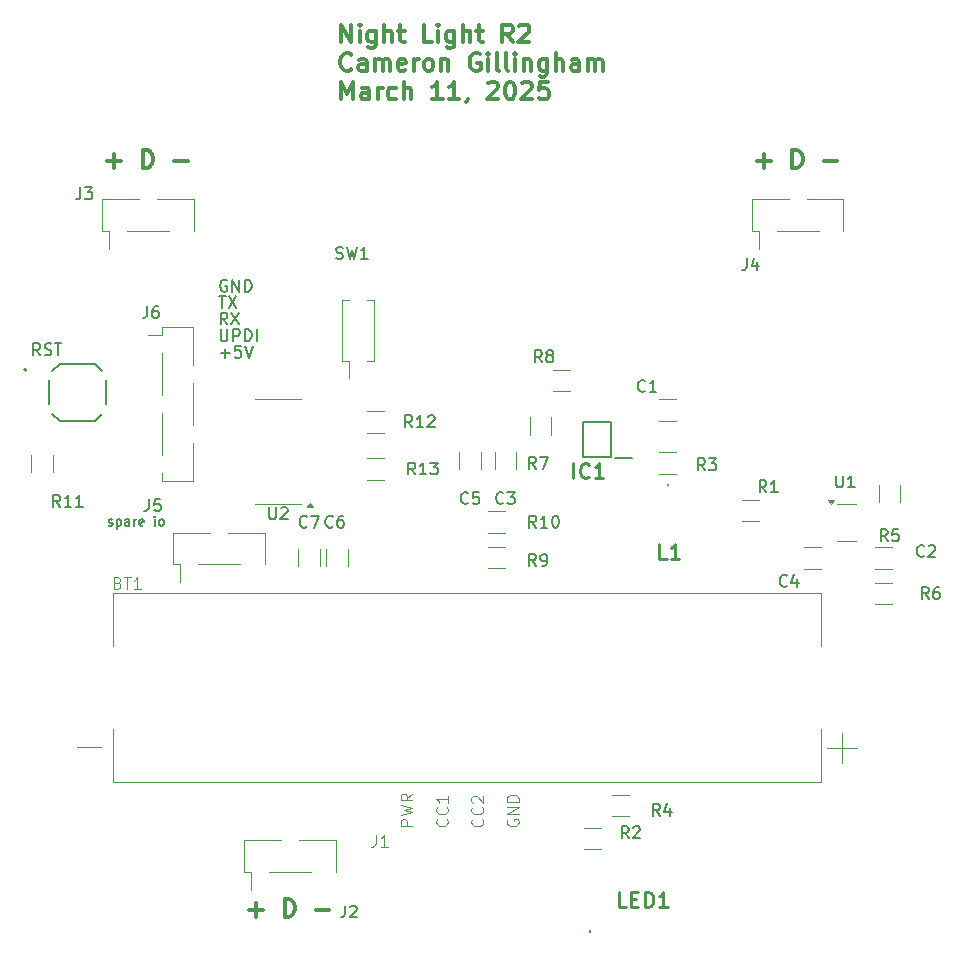
<source format=gbr>
%TF.GenerationSoftware,KiCad,Pcbnew,7.0.11*%
%TF.CreationDate,2025-03-11T10:56:17-07:00*%
%TF.ProjectId,nightLight,6e696768-744c-4696-9768-742e6b696361,rev?*%
%TF.SameCoordinates,Original*%
%TF.FileFunction,Legend,Top*%
%TF.FilePolarity,Positive*%
%FSLAX46Y46*%
G04 Gerber Fmt 4.6, Leading zero omitted, Abs format (unit mm)*
G04 Created by KiCad (PCBNEW 7.0.11) date 2025-03-11 10:56:17*
%MOMM*%
%LPD*%
G01*
G04 APERTURE LIST*
%ADD10C,0.300000*%
%ADD11C,0.150000*%
%ADD12C,0.254000*%
%ADD13C,0.100000*%
%ADD14C,0.200000*%
%ADD15C,0.127000*%
%ADD16C,0.120000*%
G04 APERTURE END LIST*
D10*
X139354510Y-63370828D02*
X139354510Y-61870828D01*
X139354510Y-61870828D02*
X140211653Y-63370828D01*
X140211653Y-63370828D02*
X140211653Y-61870828D01*
X140925939Y-63370828D02*
X140925939Y-62370828D01*
X140925939Y-61870828D02*
X140854511Y-61942257D01*
X140854511Y-61942257D02*
X140925939Y-62013685D01*
X140925939Y-62013685D02*
X140997368Y-61942257D01*
X140997368Y-61942257D02*
X140925939Y-61870828D01*
X140925939Y-61870828D02*
X140925939Y-62013685D01*
X142283083Y-62370828D02*
X142283083Y-63585114D01*
X142283083Y-63585114D02*
X142211654Y-63727971D01*
X142211654Y-63727971D02*
X142140225Y-63799400D01*
X142140225Y-63799400D02*
X141997368Y-63870828D01*
X141997368Y-63870828D02*
X141783083Y-63870828D01*
X141783083Y-63870828D02*
X141640225Y-63799400D01*
X142283083Y-63299400D02*
X142140225Y-63370828D01*
X142140225Y-63370828D02*
X141854511Y-63370828D01*
X141854511Y-63370828D02*
X141711654Y-63299400D01*
X141711654Y-63299400D02*
X141640225Y-63227971D01*
X141640225Y-63227971D02*
X141568797Y-63085114D01*
X141568797Y-63085114D02*
X141568797Y-62656542D01*
X141568797Y-62656542D02*
X141640225Y-62513685D01*
X141640225Y-62513685D02*
X141711654Y-62442257D01*
X141711654Y-62442257D02*
X141854511Y-62370828D01*
X141854511Y-62370828D02*
X142140225Y-62370828D01*
X142140225Y-62370828D02*
X142283083Y-62442257D01*
X142997368Y-63370828D02*
X142997368Y-61870828D01*
X143640226Y-63370828D02*
X143640226Y-62585114D01*
X143640226Y-62585114D02*
X143568797Y-62442257D01*
X143568797Y-62442257D02*
X143425940Y-62370828D01*
X143425940Y-62370828D02*
X143211654Y-62370828D01*
X143211654Y-62370828D02*
X143068797Y-62442257D01*
X143068797Y-62442257D02*
X142997368Y-62513685D01*
X144140226Y-62370828D02*
X144711654Y-62370828D01*
X144354511Y-61870828D02*
X144354511Y-63156542D01*
X144354511Y-63156542D02*
X144425940Y-63299400D01*
X144425940Y-63299400D02*
X144568797Y-63370828D01*
X144568797Y-63370828D02*
X144711654Y-63370828D01*
X147068797Y-63370828D02*
X146354511Y-63370828D01*
X146354511Y-63370828D02*
X146354511Y-61870828D01*
X147568797Y-63370828D02*
X147568797Y-62370828D01*
X147568797Y-61870828D02*
X147497369Y-61942257D01*
X147497369Y-61942257D02*
X147568797Y-62013685D01*
X147568797Y-62013685D02*
X147640226Y-61942257D01*
X147640226Y-61942257D02*
X147568797Y-61870828D01*
X147568797Y-61870828D02*
X147568797Y-62013685D01*
X148925941Y-62370828D02*
X148925941Y-63585114D01*
X148925941Y-63585114D02*
X148854512Y-63727971D01*
X148854512Y-63727971D02*
X148783083Y-63799400D01*
X148783083Y-63799400D02*
X148640226Y-63870828D01*
X148640226Y-63870828D02*
X148425941Y-63870828D01*
X148425941Y-63870828D02*
X148283083Y-63799400D01*
X148925941Y-63299400D02*
X148783083Y-63370828D01*
X148783083Y-63370828D02*
X148497369Y-63370828D01*
X148497369Y-63370828D02*
X148354512Y-63299400D01*
X148354512Y-63299400D02*
X148283083Y-63227971D01*
X148283083Y-63227971D02*
X148211655Y-63085114D01*
X148211655Y-63085114D02*
X148211655Y-62656542D01*
X148211655Y-62656542D02*
X148283083Y-62513685D01*
X148283083Y-62513685D02*
X148354512Y-62442257D01*
X148354512Y-62442257D02*
X148497369Y-62370828D01*
X148497369Y-62370828D02*
X148783083Y-62370828D01*
X148783083Y-62370828D02*
X148925941Y-62442257D01*
X149640226Y-63370828D02*
X149640226Y-61870828D01*
X150283084Y-63370828D02*
X150283084Y-62585114D01*
X150283084Y-62585114D02*
X150211655Y-62442257D01*
X150211655Y-62442257D02*
X150068798Y-62370828D01*
X150068798Y-62370828D02*
X149854512Y-62370828D01*
X149854512Y-62370828D02*
X149711655Y-62442257D01*
X149711655Y-62442257D02*
X149640226Y-62513685D01*
X150783084Y-62370828D02*
X151354512Y-62370828D01*
X150997369Y-61870828D02*
X150997369Y-63156542D01*
X150997369Y-63156542D02*
X151068798Y-63299400D01*
X151068798Y-63299400D02*
X151211655Y-63370828D01*
X151211655Y-63370828D02*
X151354512Y-63370828D01*
X153854512Y-63370828D02*
X153354512Y-62656542D01*
X152997369Y-63370828D02*
X152997369Y-61870828D01*
X152997369Y-61870828D02*
X153568798Y-61870828D01*
X153568798Y-61870828D02*
X153711655Y-61942257D01*
X153711655Y-61942257D02*
X153783084Y-62013685D01*
X153783084Y-62013685D02*
X153854512Y-62156542D01*
X153854512Y-62156542D02*
X153854512Y-62370828D01*
X153854512Y-62370828D02*
X153783084Y-62513685D01*
X153783084Y-62513685D02*
X153711655Y-62585114D01*
X153711655Y-62585114D02*
X153568798Y-62656542D01*
X153568798Y-62656542D02*
X152997369Y-62656542D01*
X154425941Y-62013685D02*
X154497369Y-61942257D01*
X154497369Y-61942257D02*
X154640227Y-61870828D01*
X154640227Y-61870828D02*
X154997369Y-61870828D01*
X154997369Y-61870828D02*
X155140227Y-61942257D01*
X155140227Y-61942257D02*
X155211655Y-62013685D01*
X155211655Y-62013685D02*
X155283084Y-62156542D01*
X155283084Y-62156542D02*
X155283084Y-62299400D01*
X155283084Y-62299400D02*
X155211655Y-62513685D01*
X155211655Y-62513685D02*
X154354512Y-63370828D01*
X154354512Y-63370828D02*
X155283084Y-63370828D01*
X140211653Y-65642971D02*
X140140225Y-65714400D01*
X140140225Y-65714400D02*
X139925939Y-65785828D01*
X139925939Y-65785828D02*
X139783082Y-65785828D01*
X139783082Y-65785828D02*
X139568796Y-65714400D01*
X139568796Y-65714400D02*
X139425939Y-65571542D01*
X139425939Y-65571542D02*
X139354510Y-65428685D01*
X139354510Y-65428685D02*
X139283082Y-65142971D01*
X139283082Y-65142971D02*
X139283082Y-64928685D01*
X139283082Y-64928685D02*
X139354510Y-64642971D01*
X139354510Y-64642971D02*
X139425939Y-64500114D01*
X139425939Y-64500114D02*
X139568796Y-64357257D01*
X139568796Y-64357257D02*
X139783082Y-64285828D01*
X139783082Y-64285828D02*
X139925939Y-64285828D01*
X139925939Y-64285828D02*
X140140225Y-64357257D01*
X140140225Y-64357257D02*
X140211653Y-64428685D01*
X141497368Y-65785828D02*
X141497368Y-65000114D01*
X141497368Y-65000114D02*
X141425939Y-64857257D01*
X141425939Y-64857257D02*
X141283082Y-64785828D01*
X141283082Y-64785828D02*
X140997368Y-64785828D01*
X140997368Y-64785828D02*
X140854510Y-64857257D01*
X141497368Y-65714400D02*
X141354510Y-65785828D01*
X141354510Y-65785828D02*
X140997368Y-65785828D01*
X140997368Y-65785828D02*
X140854510Y-65714400D01*
X140854510Y-65714400D02*
X140783082Y-65571542D01*
X140783082Y-65571542D02*
X140783082Y-65428685D01*
X140783082Y-65428685D02*
X140854510Y-65285828D01*
X140854510Y-65285828D02*
X140997368Y-65214400D01*
X140997368Y-65214400D02*
X141354510Y-65214400D01*
X141354510Y-65214400D02*
X141497368Y-65142971D01*
X142211653Y-65785828D02*
X142211653Y-64785828D01*
X142211653Y-64928685D02*
X142283082Y-64857257D01*
X142283082Y-64857257D02*
X142425939Y-64785828D01*
X142425939Y-64785828D02*
X142640225Y-64785828D01*
X142640225Y-64785828D02*
X142783082Y-64857257D01*
X142783082Y-64857257D02*
X142854511Y-65000114D01*
X142854511Y-65000114D02*
X142854511Y-65785828D01*
X142854511Y-65000114D02*
X142925939Y-64857257D01*
X142925939Y-64857257D02*
X143068796Y-64785828D01*
X143068796Y-64785828D02*
X143283082Y-64785828D01*
X143283082Y-64785828D02*
X143425939Y-64857257D01*
X143425939Y-64857257D02*
X143497368Y-65000114D01*
X143497368Y-65000114D02*
X143497368Y-65785828D01*
X144783082Y-65714400D02*
X144640225Y-65785828D01*
X144640225Y-65785828D02*
X144354511Y-65785828D01*
X144354511Y-65785828D02*
X144211653Y-65714400D01*
X144211653Y-65714400D02*
X144140225Y-65571542D01*
X144140225Y-65571542D02*
X144140225Y-65000114D01*
X144140225Y-65000114D02*
X144211653Y-64857257D01*
X144211653Y-64857257D02*
X144354511Y-64785828D01*
X144354511Y-64785828D02*
X144640225Y-64785828D01*
X144640225Y-64785828D02*
X144783082Y-64857257D01*
X144783082Y-64857257D02*
X144854511Y-65000114D01*
X144854511Y-65000114D02*
X144854511Y-65142971D01*
X144854511Y-65142971D02*
X144140225Y-65285828D01*
X145497367Y-65785828D02*
X145497367Y-64785828D01*
X145497367Y-65071542D02*
X145568796Y-64928685D01*
X145568796Y-64928685D02*
X145640225Y-64857257D01*
X145640225Y-64857257D02*
X145783082Y-64785828D01*
X145783082Y-64785828D02*
X145925939Y-64785828D01*
X146640224Y-65785828D02*
X146497367Y-65714400D01*
X146497367Y-65714400D02*
X146425938Y-65642971D01*
X146425938Y-65642971D02*
X146354510Y-65500114D01*
X146354510Y-65500114D02*
X146354510Y-65071542D01*
X146354510Y-65071542D02*
X146425938Y-64928685D01*
X146425938Y-64928685D02*
X146497367Y-64857257D01*
X146497367Y-64857257D02*
X146640224Y-64785828D01*
X146640224Y-64785828D02*
X146854510Y-64785828D01*
X146854510Y-64785828D02*
X146997367Y-64857257D01*
X146997367Y-64857257D02*
X147068796Y-64928685D01*
X147068796Y-64928685D02*
X147140224Y-65071542D01*
X147140224Y-65071542D02*
X147140224Y-65500114D01*
X147140224Y-65500114D02*
X147068796Y-65642971D01*
X147068796Y-65642971D02*
X146997367Y-65714400D01*
X146997367Y-65714400D02*
X146854510Y-65785828D01*
X146854510Y-65785828D02*
X146640224Y-65785828D01*
X147783081Y-64785828D02*
X147783081Y-65785828D01*
X147783081Y-64928685D02*
X147854510Y-64857257D01*
X147854510Y-64857257D02*
X147997367Y-64785828D01*
X147997367Y-64785828D02*
X148211653Y-64785828D01*
X148211653Y-64785828D02*
X148354510Y-64857257D01*
X148354510Y-64857257D02*
X148425939Y-65000114D01*
X148425939Y-65000114D02*
X148425939Y-65785828D01*
X151068796Y-64357257D02*
X150925939Y-64285828D01*
X150925939Y-64285828D02*
X150711653Y-64285828D01*
X150711653Y-64285828D02*
X150497367Y-64357257D01*
X150497367Y-64357257D02*
X150354510Y-64500114D01*
X150354510Y-64500114D02*
X150283081Y-64642971D01*
X150283081Y-64642971D02*
X150211653Y-64928685D01*
X150211653Y-64928685D02*
X150211653Y-65142971D01*
X150211653Y-65142971D02*
X150283081Y-65428685D01*
X150283081Y-65428685D02*
X150354510Y-65571542D01*
X150354510Y-65571542D02*
X150497367Y-65714400D01*
X150497367Y-65714400D02*
X150711653Y-65785828D01*
X150711653Y-65785828D02*
X150854510Y-65785828D01*
X150854510Y-65785828D02*
X151068796Y-65714400D01*
X151068796Y-65714400D02*
X151140224Y-65642971D01*
X151140224Y-65642971D02*
X151140224Y-65142971D01*
X151140224Y-65142971D02*
X150854510Y-65142971D01*
X151783081Y-65785828D02*
X151783081Y-64785828D01*
X151783081Y-64285828D02*
X151711653Y-64357257D01*
X151711653Y-64357257D02*
X151783081Y-64428685D01*
X151783081Y-64428685D02*
X151854510Y-64357257D01*
X151854510Y-64357257D02*
X151783081Y-64285828D01*
X151783081Y-64285828D02*
X151783081Y-64428685D01*
X152711653Y-65785828D02*
X152568796Y-65714400D01*
X152568796Y-65714400D02*
X152497367Y-65571542D01*
X152497367Y-65571542D02*
X152497367Y-64285828D01*
X153497367Y-65785828D02*
X153354510Y-65714400D01*
X153354510Y-65714400D02*
X153283081Y-65571542D01*
X153283081Y-65571542D02*
X153283081Y-64285828D01*
X154068795Y-65785828D02*
X154068795Y-64785828D01*
X154068795Y-64285828D02*
X153997367Y-64357257D01*
X153997367Y-64357257D02*
X154068795Y-64428685D01*
X154068795Y-64428685D02*
X154140224Y-64357257D01*
X154140224Y-64357257D02*
X154068795Y-64285828D01*
X154068795Y-64285828D02*
X154068795Y-64428685D01*
X154783081Y-64785828D02*
X154783081Y-65785828D01*
X154783081Y-64928685D02*
X154854510Y-64857257D01*
X154854510Y-64857257D02*
X154997367Y-64785828D01*
X154997367Y-64785828D02*
X155211653Y-64785828D01*
X155211653Y-64785828D02*
X155354510Y-64857257D01*
X155354510Y-64857257D02*
X155425939Y-65000114D01*
X155425939Y-65000114D02*
X155425939Y-65785828D01*
X156783082Y-64785828D02*
X156783082Y-66000114D01*
X156783082Y-66000114D02*
X156711653Y-66142971D01*
X156711653Y-66142971D02*
X156640224Y-66214400D01*
X156640224Y-66214400D02*
X156497367Y-66285828D01*
X156497367Y-66285828D02*
X156283082Y-66285828D01*
X156283082Y-66285828D02*
X156140224Y-66214400D01*
X156783082Y-65714400D02*
X156640224Y-65785828D01*
X156640224Y-65785828D02*
X156354510Y-65785828D01*
X156354510Y-65785828D02*
X156211653Y-65714400D01*
X156211653Y-65714400D02*
X156140224Y-65642971D01*
X156140224Y-65642971D02*
X156068796Y-65500114D01*
X156068796Y-65500114D02*
X156068796Y-65071542D01*
X156068796Y-65071542D02*
X156140224Y-64928685D01*
X156140224Y-64928685D02*
X156211653Y-64857257D01*
X156211653Y-64857257D02*
X156354510Y-64785828D01*
X156354510Y-64785828D02*
X156640224Y-64785828D01*
X156640224Y-64785828D02*
X156783082Y-64857257D01*
X157497367Y-65785828D02*
X157497367Y-64285828D01*
X158140225Y-65785828D02*
X158140225Y-65000114D01*
X158140225Y-65000114D02*
X158068796Y-64857257D01*
X158068796Y-64857257D02*
X157925939Y-64785828D01*
X157925939Y-64785828D02*
X157711653Y-64785828D01*
X157711653Y-64785828D02*
X157568796Y-64857257D01*
X157568796Y-64857257D02*
X157497367Y-64928685D01*
X159497368Y-65785828D02*
X159497368Y-65000114D01*
X159497368Y-65000114D02*
X159425939Y-64857257D01*
X159425939Y-64857257D02*
X159283082Y-64785828D01*
X159283082Y-64785828D02*
X158997368Y-64785828D01*
X158997368Y-64785828D02*
X158854510Y-64857257D01*
X159497368Y-65714400D02*
X159354510Y-65785828D01*
X159354510Y-65785828D02*
X158997368Y-65785828D01*
X158997368Y-65785828D02*
X158854510Y-65714400D01*
X158854510Y-65714400D02*
X158783082Y-65571542D01*
X158783082Y-65571542D02*
X158783082Y-65428685D01*
X158783082Y-65428685D02*
X158854510Y-65285828D01*
X158854510Y-65285828D02*
X158997368Y-65214400D01*
X158997368Y-65214400D02*
X159354510Y-65214400D01*
X159354510Y-65214400D02*
X159497368Y-65142971D01*
X160211653Y-65785828D02*
X160211653Y-64785828D01*
X160211653Y-64928685D02*
X160283082Y-64857257D01*
X160283082Y-64857257D02*
X160425939Y-64785828D01*
X160425939Y-64785828D02*
X160640225Y-64785828D01*
X160640225Y-64785828D02*
X160783082Y-64857257D01*
X160783082Y-64857257D02*
X160854511Y-65000114D01*
X160854511Y-65000114D02*
X160854511Y-65785828D01*
X160854511Y-65000114D02*
X160925939Y-64857257D01*
X160925939Y-64857257D02*
X161068796Y-64785828D01*
X161068796Y-64785828D02*
X161283082Y-64785828D01*
X161283082Y-64785828D02*
X161425939Y-64857257D01*
X161425939Y-64857257D02*
X161497368Y-65000114D01*
X161497368Y-65000114D02*
X161497368Y-65785828D01*
X139354510Y-68200828D02*
X139354510Y-66700828D01*
X139354510Y-66700828D02*
X139854510Y-67772257D01*
X139854510Y-67772257D02*
X140354510Y-66700828D01*
X140354510Y-66700828D02*
X140354510Y-68200828D01*
X141711654Y-68200828D02*
X141711654Y-67415114D01*
X141711654Y-67415114D02*
X141640225Y-67272257D01*
X141640225Y-67272257D02*
X141497368Y-67200828D01*
X141497368Y-67200828D02*
X141211654Y-67200828D01*
X141211654Y-67200828D02*
X141068796Y-67272257D01*
X141711654Y-68129400D02*
X141568796Y-68200828D01*
X141568796Y-68200828D02*
X141211654Y-68200828D01*
X141211654Y-68200828D02*
X141068796Y-68129400D01*
X141068796Y-68129400D02*
X140997368Y-67986542D01*
X140997368Y-67986542D02*
X140997368Y-67843685D01*
X140997368Y-67843685D02*
X141068796Y-67700828D01*
X141068796Y-67700828D02*
X141211654Y-67629400D01*
X141211654Y-67629400D02*
X141568796Y-67629400D01*
X141568796Y-67629400D02*
X141711654Y-67557971D01*
X142425939Y-68200828D02*
X142425939Y-67200828D01*
X142425939Y-67486542D02*
X142497368Y-67343685D01*
X142497368Y-67343685D02*
X142568797Y-67272257D01*
X142568797Y-67272257D02*
X142711654Y-67200828D01*
X142711654Y-67200828D02*
X142854511Y-67200828D01*
X143997368Y-68129400D02*
X143854510Y-68200828D01*
X143854510Y-68200828D02*
X143568796Y-68200828D01*
X143568796Y-68200828D02*
X143425939Y-68129400D01*
X143425939Y-68129400D02*
X143354510Y-68057971D01*
X143354510Y-68057971D02*
X143283082Y-67915114D01*
X143283082Y-67915114D02*
X143283082Y-67486542D01*
X143283082Y-67486542D02*
X143354510Y-67343685D01*
X143354510Y-67343685D02*
X143425939Y-67272257D01*
X143425939Y-67272257D02*
X143568796Y-67200828D01*
X143568796Y-67200828D02*
X143854510Y-67200828D01*
X143854510Y-67200828D02*
X143997368Y-67272257D01*
X144640224Y-68200828D02*
X144640224Y-66700828D01*
X145283082Y-68200828D02*
X145283082Y-67415114D01*
X145283082Y-67415114D02*
X145211653Y-67272257D01*
X145211653Y-67272257D02*
X145068796Y-67200828D01*
X145068796Y-67200828D02*
X144854510Y-67200828D01*
X144854510Y-67200828D02*
X144711653Y-67272257D01*
X144711653Y-67272257D02*
X144640224Y-67343685D01*
X147925939Y-68200828D02*
X147068796Y-68200828D01*
X147497367Y-68200828D02*
X147497367Y-66700828D01*
X147497367Y-66700828D02*
X147354510Y-66915114D01*
X147354510Y-66915114D02*
X147211653Y-67057971D01*
X147211653Y-67057971D02*
X147068796Y-67129400D01*
X149354510Y-68200828D02*
X148497367Y-68200828D01*
X148925938Y-68200828D02*
X148925938Y-66700828D01*
X148925938Y-66700828D02*
X148783081Y-66915114D01*
X148783081Y-66915114D02*
X148640224Y-67057971D01*
X148640224Y-67057971D02*
X148497367Y-67129400D01*
X150068795Y-68129400D02*
X150068795Y-68200828D01*
X150068795Y-68200828D02*
X149997366Y-68343685D01*
X149997366Y-68343685D02*
X149925938Y-68415114D01*
X151783081Y-66843685D02*
X151854509Y-66772257D01*
X151854509Y-66772257D02*
X151997367Y-66700828D01*
X151997367Y-66700828D02*
X152354509Y-66700828D01*
X152354509Y-66700828D02*
X152497367Y-66772257D01*
X152497367Y-66772257D02*
X152568795Y-66843685D01*
X152568795Y-66843685D02*
X152640224Y-66986542D01*
X152640224Y-66986542D02*
X152640224Y-67129400D01*
X152640224Y-67129400D02*
X152568795Y-67343685D01*
X152568795Y-67343685D02*
X151711652Y-68200828D01*
X151711652Y-68200828D02*
X152640224Y-68200828D01*
X153568795Y-66700828D02*
X153711652Y-66700828D01*
X153711652Y-66700828D02*
X153854509Y-66772257D01*
X153854509Y-66772257D02*
X153925938Y-66843685D01*
X153925938Y-66843685D02*
X153997366Y-66986542D01*
X153997366Y-66986542D02*
X154068795Y-67272257D01*
X154068795Y-67272257D02*
X154068795Y-67629400D01*
X154068795Y-67629400D02*
X153997366Y-67915114D01*
X153997366Y-67915114D02*
X153925938Y-68057971D01*
X153925938Y-68057971D02*
X153854509Y-68129400D01*
X153854509Y-68129400D02*
X153711652Y-68200828D01*
X153711652Y-68200828D02*
X153568795Y-68200828D01*
X153568795Y-68200828D02*
X153425938Y-68129400D01*
X153425938Y-68129400D02*
X153354509Y-68057971D01*
X153354509Y-68057971D02*
X153283080Y-67915114D01*
X153283080Y-67915114D02*
X153211652Y-67629400D01*
X153211652Y-67629400D02*
X153211652Y-67272257D01*
X153211652Y-67272257D02*
X153283080Y-66986542D01*
X153283080Y-66986542D02*
X153354509Y-66843685D01*
X153354509Y-66843685D02*
X153425938Y-66772257D01*
X153425938Y-66772257D02*
X153568795Y-66700828D01*
X154640223Y-66843685D02*
X154711651Y-66772257D01*
X154711651Y-66772257D02*
X154854509Y-66700828D01*
X154854509Y-66700828D02*
X155211651Y-66700828D01*
X155211651Y-66700828D02*
X155354509Y-66772257D01*
X155354509Y-66772257D02*
X155425937Y-66843685D01*
X155425937Y-66843685D02*
X155497366Y-66986542D01*
X155497366Y-66986542D02*
X155497366Y-67129400D01*
X155497366Y-67129400D02*
X155425937Y-67343685D01*
X155425937Y-67343685D02*
X154568794Y-68200828D01*
X154568794Y-68200828D02*
X155497366Y-68200828D01*
X156854508Y-66700828D02*
X156140222Y-66700828D01*
X156140222Y-66700828D02*
X156068794Y-67415114D01*
X156068794Y-67415114D02*
X156140222Y-67343685D01*
X156140222Y-67343685D02*
X156283080Y-67272257D01*
X156283080Y-67272257D02*
X156640222Y-67272257D01*
X156640222Y-67272257D02*
X156783080Y-67343685D01*
X156783080Y-67343685D02*
X156854508Y-67415114D01*
X156854508Y-67415114D02*
X156925937Y-67557971D01*
X156925937Y-67557971D02*
X156925937Y-67915114D01*
X156925937Y-67915114D02*
X156854508Y-68057971D01*
X156854508Y-68057971D02*
X156783080Y-68129400D01*
X156783080Y-68129400D02*
X156640222Y-68200828D01*
X156640222Y-68200828D02*
X156283080Y-68200828D01*
X156283080Y-68200828D02*
X156140222Y-68129400D01*
X156140222Y-68129400D02*
X156068794Y-68057971D01*
D11*
X119651064Y-104256200D02*
X119727255Y-104294295D01*
X119727255Y-104294295D02*
X119879636Y-104294295D01*
X119879636Y-104294295D02*
X119955826Y-104256200D01*
X119955826Y-104256200D02*
X119993922Y-104180009D01*
X119993922Y-104180009D02*
X119993922Y-104141914D01*
X119993922Y-104141914D02*
X119955826Y-104065723D01*
X119955826Y-104065723D02*
X119879636Y-104027628D01*
X119879636Y-104027628D02*
X119765350Y-104027628D01*
X119765350Y-104027628D02*
X119689160Y-103989533D01*
X119689160Y-103989533D02*
X119651064Y-103913342D01*
X119651064Y-103913342D02*
X119651064Y-103875247D01*
X119651064Y-103875247D02*
X119689160Y-103799057D01*
X119689160Y-103799057D02*
X119765350Y-103760961D01*
X119765350Y-103760961D02*
X119879636Y-103760961D01*
X119879636Y-103760961D02*
X119955826Y-103799057D01*
X120336779Y-103760961D02*
X120336779Y-104560961D01*
X120336779Y-103799057D02*
X120412969Y-103760961D01*
X120412969Y-103760961D02*
X120565350Y-103760961D01*
X120565350Y-103760961D02*
X120641541Y-103799057D01*
X120641541Y-103799057D02*
X120679636Y-103837152D01*
X120679636Y-103837152D02*
X120717731Y-103913342D01*
X120717731Y-103913342D02*
X120717731Y-104141914D01*
X120717731Y-104141914D02*
X120679636Y-104218104D01*
X120679636Y-104218104D02*
X120641541Y-104256200D01*
X120641541Y-104256200D02*
X120565350Y-104294295D01*
X120565350Y-104294295D02*
X120412969Y-104294295D01*
X120412969Y-104294295D02*
X120336779Y-104256200D01*
X121403446Y-104294295D02*
X121403446Y-103875247D01*
X121403446Y-103875247D02*
X121365351Y-103799057D01*
X121365351Y-103799057D02*
X121289160Y-103760961D01*
X121289160Y-103760961D02*
X121136779Y-103760961D01*
X121136779Y-103760961D02*
X121060589Y-103799057D01*
X121403446Y-104256200D02*
X121327255Y-104294295D01*
X121327255Y-104294295D02*
X121136779Y-104294295D01*
X121136779Y-104294295D02*
X121060589Y-104256200D01*
X121060589Y-104256200D02*
X121022493Y-104180009D01*
X121022493Y-104180009D02*
X121022493Y-104103819D01*
X121022493Y-104103819D02*
X121060589Y-104027628D01*
X121060589Y-104027628D02*
X121136779Y-103989533D01*
X121136779Y-103989533D02*
X121327255Y-103989533D01*
X121327255Y-103989533D02*
X121403446Y-103951438D01*
X121784399Y-104294295D02*
X121784399Y-103760961D01*
X121784399Y-103913342D02*
X121822494Y-103837152D01*
X121822494Y-103837152D02*
X121860589Y-103799057D01*
X121860589Y-103799057D02*
X121936780Y-103760961D01*
X121936780Y-103760961D02*
X122012970Y-103760961D01*
X122584399Y-104256200D02*
X122508208Y-104294295D01*
X122508208Y-104294295D02*
X122355827Y-104294295D01*
X122355827Y-104294295D02*
X122279637Y-104256200D01*
X122279637Y-104256200D02*
X122241541Y-104180009D01*
X122241541Y-104180009D02*
X122241541Y-103875247D01*
X122241541Y-103875247D02*
X122279637Y-103799057D01*
X122279637Y-103799057D02*
X122355827Y-103760961D01*
X122355827Y-103760961D02*
X122508208Y-103760961D01*
X122508208Y-103760961D02*
X122584399Y-103799057D01*
X122584399Y-103799057D02*
X122622494Y-103875247D01*
X122622494Y-103875247D02*
X122622494Y-103951438D01*
X122622494Y-103951438D02*
X122241541Y-104027628D01*
X123574875Y-104294295D02*
X123574875Y-103760961D01*
X123574875Y-103494295D02*
X123536779Y-103532390D01*
X123536779Y-103532390D02*
X123574875Y-103570485D01*
X123574875Y-103570485D02*
X123612970Y-103532390D01*
X123612970Y-103532390D02*
X123574875Y-103494295D01*
X123574875Y-103494295D02*
X123574875Y-103570485D01*
X124070112Y-104294295D02*
X123993922Y-104256200D01*
X123993922Y-104256200D02*
X123955827Y-104218104D01*
X123955827Y-104218104D02*
X123917731Y-104141914D01*
X123917731Y-104141914D02*
X123917731Y-103913342D01*
X123917731Y-103913342D02*
X123955827Y-103837152D01*
X123955827Y-103837152D02*
X123993922Y-103799057D01*
X123993922Y-103799057D02*
X124070112Y-103760961D01*
X124070112Y-103760961D02*
X124184398Y-103760961D01*
X124184398Y-103760961D02*
X124260589Y-103799057D01*
X124260589Y-103799057D02*
X124298684Y-103837152D01*
X124298684Y-103837152D02*
X124336779Y-103913342D01*
X124336779Y-103913342D02*
X124336779Y-104141914D01*
X124336779Y-104141914D02*
X124298684Y-104218104D01*
X124298684Y-104218104D02*
X124260589Y-104256200D01*
X124260589Y-104256200D02*
X124184398Y-104294295D01*
X124184398Y-104294295D02*
X124070112Y-104294295D01*
X129136779Y-89688866D02*
X129898684Y-89688866D01*
X129517731Y-90069819D02*
X129517731Y-89307914D01*
X130851064Y-89069819D02*
X130374874Y-89069819D01*
X130374874Y-89069819D02*
X130327255Y-89546009D01*
X130327255Y-89546009D02*
X130374874Y-89498390D01*
X130374874Y-89498390D02*
X130470112Y-89450771D01*
X130470112Y-89450771D02*
X130708207Y-89450771D01*
X130708207Y-89450771D02*
X130803445Y-89498390D01*
X130803445Y-89498390D02*
X130851064Y-89546009D01*
X130851064Y-89546009D02*
X130898683Y-89641247D01*
X130898683Y-89641247D02*
X130898683Y-89879342D01*
X130898683Y-89879342D02*
X130851064Y-89974580D01*
X130851064Y-89974580D02*
X130803445Y-90022200D01*
X130803445Y-90022200D02*
X130708207Y-90069819D01*
X130708207Y-90069819D02*
X130470112Y-90069819D01*
X130470112Y-90069819D02*
X130374874Y-90022200D01*
X130374874Y-90022200D02*
X130327255Y-89974580D01*
X131184398Y-89069819D02*
X131517731Y-90069819D01*
X131517731Y-90069819D02*
X131851064Y-89069819D01*
X129136779Y-87669819D02*
X129136779Y-88479342D01*
X129136779Y-88479342D02*
X129184398Y-88574580D01*
X129184398Y-88574580D02*
X129232017Y-88622200D01*
X129232017Y-88622200D02*
X129327255Y-88669819D01*
X129327255Y-88669819D02*
X129517731Y-88669819D01*
X129517731Y-88669819D02*
X129612969Y-88622200D01*
X129612969Y-88622200D02*
X129660588Y-88574580D01*
X129660588Y-88574580D02*
X129708207Y-88479342D01*
X129708207Y-88479342D02*
X129708207Y-87669819D01*
X130184398Y-88669819D02*
X130184398Y-87669819D01*
X130184398Y-87669819D02*
X130565350Y-87669819D01*
X130565350Y-87669819D02*
X130660588Y-87717438D01*
X130660588Y-87717438D02*
X130708207Y-87765057D01*
X130708207Y-87765057D02*
X130755826Y-87860295D01*
X130755826Y-87860295D02*
X130755826Y-88003152D01*
X130755826Y-88003152D02*
X130708207Y-88098390D01*
X130708207Y-88098390D02*
X130660588Y-88146009D01*
X130660588Y-88146009D02*
X130565350Y-88193628D01*
X130565350Y-88193628D02*
X130184398Y-88193628D01*
X131184398Y-88669819D02*
X131184398Y-87669819D01*
X131184398Y-87669819D02*
X131422493Y-87669819D01*
X131422493Y-87669819D02*
X131565350Y-87717438D01*
X131565350Y-87717438D02*
X131660588Y-87812676D01*
X131660588Y-87812676D02*
X131708207Y-87907914D01*
X131708207Y-87907914D02*
X131755826Y-88098390D01*
X131755826Y-88098390D02*
X131755826Y-88241247D01*
X131755826Y-88241247D02*
X131708207Y-88431723D01*
X131708207Y-88431723D02*
X131660588Y-88526961D01*
X131660588Y-88526961D02*
X131565350Y-88622200D01*
X131565350Y-88622200D02*
X131422493Y-88669819D01*
X131422493Y-88669819D02*
X131184398Y-88669819D01*
X132184398Y-88669819D02*
X132184398Y-87669819D01*
X129708207Y-87259819D02*
X129374874Y-86783628D01*
X129136779Y-87259819D02*
X129136779Y-86259819D01*
X129136779Y-86259819D02*
X129517731Y-86259819D01*
X129517731Y-86259819D02*
X129612969Y-86307438D01*
X129612969Y-86307438D02*
X129660588Y-86355057D01*
X129660588Y-86355057D02*
X129708207Y-86450295D01*
X129708207Y-86450295D02*
X129708207Y-86593152D01*
X129708207Y-86593152D02*
X129660588Y-86688390D01*
X129660588Y-86688390D02*
X129612969Y-86736009D01*
X129612969Y-86736009D02*
X129517731Y-86783628D01*
X129517731Y-86783628D02*
X129136779Y-86783628D01*
X130041541Y-86259819D02*
X130708207Y-87259819D01*
X130708207Y-86259819D02*
X130041541Y-87259819D01*
X128993922Y-84869819D02*
X129565350Y-84869819D01*
X129279636Y-85869819D02*
X129279636Y-84869819D01*
X129803446Y-84869819D02*
X130470112Y-85869819D01*
X130470112Y-84869819D02*
X129803446Y-85869819D01*
X129660588Y-83517438D02*
X129565350Y-83469819D01*
X129565350Y-83469819D02*
X129422493Y-83469819D01*
X129422493Y-83469819D02*
X129279636Y-83517438D01*
X129279636Y-83517438D02*
X129184398Y-83612676D01*
X129184398Y-83612676D02*
X129136779Y-83707914D01*
X129136779Y-83707914D02*
X129089160Y-83898390D01*
X129089160Y-83898390D02*
X129089160Y-84041247D01*
X129089160Y-84041247D02*
X129136779Y-84231723D01*
X129136779Y-84231723D02*
X129184398Y-84326961D01*
X129184398Y-84326961D02*
X129279636Y-84422200D01*
X129279636Y-84422200D02*
X129422493Y-84469819D01*
X129422493Y-84469819D02*
X129517731Y-84469819D01*
X129517731Y-84469819D02*
X129660588Y-84422200D01*
X129660588Y-84422200D02*
X129708207Y-84374580D01*
X129708207Y-84374580D02*
X129708207Y-84041247D01*
X129708207Y-84041247D02*
X129517731Y-84041247D01*
X130136779Y-84469819D02*
X130136779Y-83469819D01*
X130136779Y-83469819D02*
X130708207Y-84469819D01*
X130708207Y-84469819D02*
X130708207Y-83469819D01*
X131184398Y-84469819D02*
X131184398Y-83469819D01*
X131184398Y-83469819D02*
X131422493Y-83469819D01*
X131422493Y-83469819D02*
X131565350Y-83517438D01*
X131565350Y-83517438D02*
X131660588Y-83612676D01*
X131660588Y-83612676D02*
X131708207Y-83707914D01*
X131708207Y-83707914D02*
X131755826Y-83898390D01*
X131755826Y-83898390D02*
X131755826Y-84041247D01*
X131755826Y-84041247D02*
X131708207Y-84231723D01*
X131708207Y-84231723D02*
X131660588Y-84326961D01*
X131660588Y-84326961D02*
X131565350Y-84422200D01*
X131565350Y-84422200D02*
X131422493Y-84469819D01*
X131422493Y-84469819D02*
X131184398Y-84469819D01*
D10*
X174554510Y-73429400D02*
X175697368Y-73429400D01*
X175125939Y-74000828D02*
X175125939Y-72857971D01*
X177554510Y-74000828D02*
X177554510Y-72500828D01*
X177554510Y-72500828D02*
X177911653Y-72500828D01*
X177911653Y-72500828D02*
X178125939Y-72572257D01*
X178125939Y-72572257D02*
X178268796Y-72715114D01*
X178268796Y-72715114D02*
X178340225Y-72857971D01*
X178340225Y-72857971D02*
X178411653Y-73143685D01*
X178411653Y-73143685D02*
X178411653Y-73357971D01*
X178411653Y-73357971D02*
X178340225Y-73643685D01*
X178340225Y-73643685D02*
X178268796Y-73786542D01*
X178268796Y-73786542D02*
X178125939Y-73929400D01*
X178125939Y-73929400D02*
X177911653Y-74000828D01*
X177911653Y-74000828D02*
X177554510Y-74000828D01*
X180197367Y-73429400D02*
X181340225Y-73429400D01*
X119554510Y-73429400D02*
X120697368Y-73429400D01*
X120125939Y-74000828D02*
X120125939Y-72857971D01*
X122554510Y-74000828D02*
X122554510Y-72500828D01*
X122554510Y-72500828D02*
X122911653Y-72500828D01*
X122911653Y-72500828D02*
X123125939Y-72572257D01*
X123125939Y-72572257D02*
X123268796Y-72715114D01*
X123268796Y-72715114D02*
X123340225Y-72857971D01*
X123340225Y-72857971D02*
X123411653Y-73143685D01*
X123411653Y-73143685D02*
X123411653Y-73357971D01*
X123411653Y-73357971D02*
X123340225Y-73643685D01*
X123340225Y-73643685D02*
X123268796Y-73786542D01*
X123268796Y-73786542D02*
X123125939Y-73929400D01*
X123125939Y-73929400D02*
X122911653Y-74000828D01*
X122911653Y-74000828D02*
X122554510Y-74000828D01*
X125197367Y-73429400D02*
X126340225Y-73429400D01*
X131554510Y-136829400D02*
X132697368Y-136829400D01*
X132125939Y-137400828D02*
X132125939Y-136257971D01*
X134554510Y-137400828D02*
X134554510Y-135900828D01*
X134554510Y-135900828D02*
X134911653Y-135900828D01*
X134911653Y-135900828D02*
X135125939Y-135972257D01*
X135125939Y-135972257D02*
X135268796Y-136115114D01*
X135268796Y-136115114D02*
X135340225Y-136257971D01*
X135340225Y-136257971D02*
X135411653Y-136543685D01*
X135411653Y-136543685D02*
X135411653Y-136757971D01*
X135411653Y-136757971D02*
X135340225Y-137043685D01*
X135340225Y-137043685D02*
X135268796Y-137186542D01*
X135268796Y-137186542D02*
X135125939Y-137329400D01*
X135125939Y-137329400D02*
X134911653Y-137400828D01*
X134911653Y-137400828D02*
X134554510Y-137400828D01*
X137197367Y-136829400D02*
X138340225Y-136829400D01*
D12*
X163478809Y-136574318D02*
X162874047Y-136574318D01*
X162874047Y-136574318D02*
X162874047Y-135304318D01*
X163902142Y-135909080D02*
X164325476Y-135909080D01*
X164506904Y-136574318D02*
X163902142Y-136574318D01*
X163902142Y-136574318D02*
X163902142Y-135304318D01*
X163902142Y-135304318D02*
X164506904Y-135304318D01*
X165051190Y-136574318D02*
X165051190Y-135304318D01*
X165051190Y-135304318D02*
X165353571Y-135304318D01*
X165353571Y-135304318D02*
X165535000Y-135364794D01*
X165535000Y-135364794D02*
X165655952Y-135485746D01*
X165655952Y-135485746D02*
X165716429Y-135606699D01*
X165716429Y-135606699D02*
X165776905Y-135848603D01*
X165776905Y-135848603D02*
X165776905Y-136030032D01*
X165776905Y-136030032D02*
X165716429Y-136271937D01*
X165716429Y-136271937D02*
X165655952Y-136392889D01*
X165655952Y-136392889D02*
X165535000Y-136513842D01*
X165535000Y-136513842D02*
X165353571Y-136574318D01*
X165353571Y-136574318D02*
X165051190Y-136574318D01*
X166986429Y-136574318D02*
X166260714Y-136574318D01*
X166623571Y-136574318D02*
X166623571Y-135304318D01*
X166623571Y-135304318D02*
X166502619Y-135485746D01*
X166502619Y-135485746D02*
X166381667Y-135606699D01*
X166381667Y-135606699D02*
X166260714Y-135667175D01*
D11*
X113852380Y-89854819D02*
X113519047Y-89378628D01*
X113280952Y-89854819D02*
X113280952Y-88854819D01*
X113280952Y-88854819D02*
X113661904Y-88854819D01*
X113661904Y-88854819D02*
X113757142Y-88902438D01*
X113757142Y-88902438D02*
X113804761Y-88950057D01*
X113804761Y-88950057D02*
X113852380Y-89045295D01*
X113852380Y-89045295D02*
X113852380Y-89188152D01*
X113852380Y-89188152D02*
X113804761Y-89283390D01*
X113804761Y-89283390D02*
X113757142Y-89331009D01*
X113757142Y-89331009D02*
X113661904Y-89378628D01*
X113661904Y-89378628D02*
X113280952Y-89378628D01*
X114233333Y-89807200D02*
X114376190Y-89854819D01*
X114376190Y-89854819D02*
X114614285Y-89854819D01*
X114614285Y-89854819D02*
X114709523Y-89807200D01*
X114709523Y-89807200D02*
X114757142Y-89759580D01*
X114757142Y-89759580D02*
X114804761Y-89664342D01*
X114804761Y-89664342D02*
X114804761Y-89569104D01*
X114804761Y-89569104D02*
X114757142Y-89473866D01*
X114757142Y-89473866D02*
X114709523Y-89426247D01*
X114709523Y-89426247D02*
X114614285Y-89378628D01*
X114614285Y-89378628D02*
X114423809Y-89331009D01*
X114423809Y-89331009D02*
X114328571Y-89283390D01*
X114328571Y-89283390D02*
X114280952Y-89235771D01*
X114280952Y-89235771D02*
X114233333Y-89140533D01*
X114233333Y-89140533D02*
X114233333Y-89045295D01*
X114233333Y-89045295D02*
X114280952Y-88950057D01*
X114280952Y-88950057D02*
X114328571Y-88902438D01*
X114328571Y-88902438D02*
X114423809Y-88854819D01*
X114423809Y-88854819D02*
X114661904Y-88854819D01*
X114661904Y-88854819D02*
X114804761Y-88902438D01*
X115090476Y-88854819D02*
X115661904Y-88854819D01*
X115376190Y-89854819D02*
X115376190Y-88854819D01*
X138633333Y-104359580D02*
X138585714Y-104407200D01*
X138585714Y-104407200D02*
X138442857Y-104454819D01*
X138442857Y-104454819D02*
X138347619Y-104454819D01*
X138347619Y-104454819D02*
X138204762Y-104407200D01*
X138204762Y-104407200D02*
X138109524Y-104311961D01*
X138109524Y-104311961D02*
X138061905Y-104216723D01*
X138061905Y-104216723D02*
X138014286Y-104026247D01*
X138014286Y-104026247D02*
X138014286Y-103883390D01*
X138014286Y-103883390D02*
X138061905Y-103692914D01*
X138061905Y-103692914D02*
X138109524Y-103597676D01*
X138109524Y-103597676D02*
X138204762Y-103502438D01*
X138204762Y-103502438D02*
X138347619Y-103454819D01*
X138347619Y-103454819D02*
X138442857Y-103454819D01*
X138442857Y-103454819D02*
X138585714Y-103502438D01*
X138585714Y-103502438D02*
X138633333Y-103550057D01*
X139490476Y-103454819D02*
X139300000Y-103454819D01*
X139300000Y-103454819D02*
X139204762Y-103502438D01*
X139204762Y-103502438D02*
X139157143Y-103550057D01*
X139157143Y-103550057D02*
X139061905Y-103692914D01*
X139061905Y-103692914D02*
X139014286Y-103883390D01*
X139014286Y-103883390D02*
X139014286Y-104264342D01*
X139014286Y-104264342D02*
X139061905Y-104359580D01*
X139061905Y-104359580D02*
X139109524Y-104407200D01*
X139109524Y-104407200D02*
X139204762Y-104454819D01*
X139204762Y-104454819D02*
X139395238Y-104454819D01*
X139395238Y-104454819D02*
X139490476Y-104407200D01*
X139490476Y-104407200D02*
X139538095Y-104359580D01*
X139538095Y-104359580D02*
X139585714Y-104264342D01*
X139585714Y-104264342D02*
X139585714Y-104026247D01*
X139585714Y-104026247D02*
X139538095Y-103931009D01*
X139538095Y-103931009D02*
X139490476Y-103883390D01*
X139490476Y-103883390D02*
X139395238Y-103835771D01*
X139395238Y-103835771D02*
X139204762Y-103835771D01*
X139204762Y-103835771D02*
X139109524Y-103883390D01*
X139109524Y-103883390D02*
X139061905Y-103931009D01*
X139061905Y-103931009D02*
X139014286Y-104026247D01*
X155833333Y-107704819D02*
X155500000Y-107228628D01*
X155261905Y-107704819D02*
X155261905Y-106704819D01*
X155261905Y-106704819D02*
X155642857Y-106704819D01*
X155642857Y-106704819D02*
X155738095Y-106752438D01*
X155738095Y-106752438D02*
X155785714Y-106800057D01*
X155785714Y-106800057D02*
X155833333Y-106895295D01*
X155833333Y-106895295D02*
X155833333Y-107038152D01*
X155833333Y-107038152D02*
X155785714Y-107133390D01*
X155785714Y-107133390D02*
X155738095Y-107181009D01*
X155738095Y-107181009D02*
X155642857Y-107228628D01*
X155642857Y-107228628D02*
X155261905Y-107228628D01*
X156309524Y-107704819D02*
X156500000Y-107704819D01*
X156500000Y-107704819D02*
X156595238Y-107657200D01*
X156595238Y-107657200D02*
X156642857Y-107609580D01*
X156642857Y-107609580D02*
X156738095Y-107466723D01*
X156738095Y-107466723D02*
X156785714Y-107276247D01*
X156785714Y-107276247D02*
X156785714Y-106895295D01*
X156785714Y-106895295D02*
X156738095Y-106800057D01*
X156738095Y-106800057D02*
X156690476Y-106752438D01*
X156690476Y-106752438D02*
X156595238Y-106704819D01*
X156595238Y-106704819D02*
X156404762Y-106704819D01*
X156404762Y-106704819D02*
X156309524Y-106752438D01*
X156309524Y-106752438D02*
X156261905Y-106800057D01*
X156261905Y-106800057D02*
X156214286Y-106895295D01*
X156214286Y-106895295D02*
X156214286Y-107133390D01*
X156214286Y-107133390D02*
X156261905Y-107228628D01*
X156261905Y-107228628D02*
X156309524Y-107276247D01*
X156309524Y-107276247D02*
X156404762Y-107323866D01*
X156404762Y-107323866D02*
X156595238Y-107323866D01*
X156595238Y-107323866D02*
X156690476Y-107276247D01*
X156690476Y-107276247D02*
X156738095Y-107228628D01*
X156738095Y-107228628D02*
X156785714Y-107133390D01*
X163683333Y-130754819D02*
X163350000Y-130278628D01*
X163111905Y-130754819D02*
X163111905Y-129754819D01*
X163111905Y-129754819D02*
X163492857Y-129754819D01*
X163492857Y-129754819D02*
X163588095Y-129802438D01*
X163588095Y-129802438D02*
X163635714Y-129850057D01*
X163635714Y-129850057D02*
X163683333Y-129945295D01*
X163683333Y-129945295D02*
X163683333Y-130088152D01*
X163683333Y-130088152D02*
X163635714Y-130183390D01*
X163635714Y-130183390D02*
X163588095Y-130231009D01*
X163588095Y-130231009D02*
X163492857Y-130278628D01*
X163492857Y-130278628D02*
X163111905Y-130278628D01*
X164064286Y-129850057D02*
X164111905Y-129802438D01*
X164111905Y-129802438D02*
X164207143Y-129754819D01*
X164207143Y-129754819D02*
X164445238Y-129754819D01*
X164445238Y-129754819D02*
X164540476Y-129802438D01*
X164540476Y-129802438D02*
X164588095Y-129850057D01*
X164588095Y-129850057D02*
X164635714Y-129945295D01*
X164635714Y-129945295D02*
X164635714Y-130040533D01*
X164635714Y-130040533D02*
X164588095Y-130183390D01*
X164588095Y-130183390D02*
X164016667Y-130754819D01*
X164016667Y-130754819D02*
X164635714Y-130754819D01*
X166333333Y-128854819D02*
X166000000Y-128378628D01*
X165761905Y-128854819D02*
X165761905Y-127854819D01*
X165761905Y-127854819D02*
X166142857Y-127854819D01*
X166142857Y-127854819D02*
X166238095Y-127902438D01*
X166238095Y-127902438D02*
X166285714Y-127950057D01*
X166285714Y-127950057D02*
X166333333Y-128045295D01*
X166333333Y-128045295D02*
X166333333Y-128188152D01*
X166333333Y-128188152D02*
X166285714Y-128283390D01*
X166285714Y-128283390D02*
X166238095Y-128331009D01*
X166238095Y-128331009D02*
X166142857Y-128378628D01*
X166142857Y-128378628D02*
X165761905Y-128378628D01*
X167190476Y-128188152D02*
X167190476Y-128854819D01*
X166952381Y-127807200D02*
X166714286Y-128521485D01*
X166714286Y-128521485D02*
X167333333Y-128521485D01*
X165083333Y-92859580D02*
X165035714Y-92907200D01*
X165035714Y-92907200D02*
X164892857Y-92954819D01*
X164892857Y-92954819D02*
X164797619Y-92954819D01*
X164797619Y-92954819D02*
X164654762Y-92907200D01*
X164654762Y-92907200D02*
X164559524Y-92811961D01*
X164559524Y-92811961D02*
X164511905Y-92716723D01*
X164511905Y-92716723D02*
X164464286Y-92526247D01*
X164464286Y-92526247D02*
X164464286Y-92383390D01*
X164464286Y-92383390D02*
X164511905Y-92192914D01*
X164511905Y-92192914D02*
X164559524Y-92097676D01*
X164559524Y-92097676D02*
X164654762Y-92002438D01*
X164654762Y-92002438D02*
X164797619Y-91954819D01*
X164797619Y-91954819D02*
X164892857Y-91954819D01*
X164892857Y-91954819D02*
X165035714Y-92002438D01*
X165035714Y-92002438D02*
X165083333Y-92050057D01*
X166035714Y-92954819D02*
X165464286Y-92954819D01*
X165750000Y-92954819D02*
X165750000Y-91954819D01*
X165750000Y-91954819D02*
X165654762Y-92097676D01*
X165654762Y-92097676D02*
X165559524Y-92192914D01*
X165559524Y-92192914D02*
X165464286Y-92240533D01*
D12*
X166888333Y-107074318D02*
X166283571Y-107074318D01*
X166283571Y-107074318D02*
X166283571Y-105804318D01*
X167976905Y-107074318D02*
X167251190Y-107074318D01*
X167614047Y-107074318D02*
X167614047Y-105804318D01*
X167614047Y-105804318D02*
X167493095Y-105985746D01*
X167493095Y-105985746D02*
X167372143Y-106106699D01*
X167372143Y-106106699D02*
X167251190Y-106167175D01*
D11*
X175333333Y-101454819D02*
X175000000Y-100978628D01*
X174761905Y-101454819D02*
X174761905Y-100454819D01*
X174761905Y-100454819D02*
X175142857Y-100454819D01*
X175142857Y-100454819D02*
X175238095Y-100502438D01*
X175238095Y-100502438D02*
X175285714Y-100550057D01*
X175285714Y-100550057D02*
X175333333Y-100645295D01*
X175333333Y-100645295D02*
X175333333Y-100788152D01*
X175333333Y-100788152D02*
X175285714Y-100883390D01*
X175285714Y-100883390D02*
X175238095Y-100931009D01*
X175238095Y-100931009D02*
X175142857Y-100978628D01*
X175142857Y-100978628D02*
X174761905Y-100978628D01*
X176285714Y-101454819D02*
X175714286Y-101454819D01*
X176000000Y-101454819D02*
X176000000Y-100454819D01*
X176000000Y-100454819D02*
X175904762Y-100597676D01*
X175904762Y-100597676D02*
X175809524Y-100692914D01*
X175809524Y-100692914D02*
X175714286Y-100740533D01*
X155857142Y-104454819D02*
X155523809Y-103978628D01*
X155285714Y-104454819D02*
X155285714Y-103454819D01*
X155285714Y-103454819D02*
X155666666Y-103454819D01*
X155666666Y-103454819D02*
X155761904Y-103502438D01*
X155761904Y-103502438D02*
X155809523Y-103550057D01*
X155809523Y-103550057D02*
X155857142Y-103645295D01*
X155857142Y-103645295D02*
X155857142Y-103788152D01*
X155857142Y-103788152D02*
X155809523Y-103883390D01*
X155809523Y-103883390D02*
X155761904Y-103931009D01*
X155761904Y-103931009D02*
X155666666Y-103978628D01*
X155666666Y-103978628D02*
X155285714Y-103978628D01*
X156809523Y-104454819D02*
X156238095Y-104454819D01*
X156523809Y-104454819D02*
X156523809Y-103454819D01*
X156523809Y-103454819D02*
X156428571Y-103597676D01*
X156428571Y-103597676D02*
X156333333Y-103692914D01*
X156333333Y-103692914D02*
X156238095Y-103740533D01*
X157428571Y-103454819D02*
X157523809Y-103454819D01*
X157523809Y-103454819D02*
X157619047Y-103502438D01*
X157619047Y-103502438D02*
X157666666Y-103550057D01*
X157666666Y-103550057D02*
X157714285Y-103645295D01*
X157714285Y-103645295D02*
X157761904Y-103835771D01*
X157761904Y-103835771D02*
X157761904Y-104073866D01*
X157761904Y-104073866D02*
X157714285Y-104264342D01*
X157714285Y-104264342D02*
X157666666Y-104359580D01*
X157666666Y-104359580D02*
X157619047Y-104407200D01*
X157619047Y-104407200D02*
X157523809Y-104454819D01*
X157523809Y-104454819D02*
X157428571Y-104454819D01*
X157428571Y-104454819D02*
X157333333Y-104407200D01*
X157333333Y-104407200D02*
X157285714Y-104359580D01*
X157285714Y-104359580D02*
X157238095Y-104264342D01*
X157238095Y-104264342D02*
X157190476Y-104073866D01*
X157190476Y-104073866D02*
X157190476Y-103835771D01*
X157190476Y-103835771D02*
X157238095Y-103645295D01*
X157238095Y-103645295D02*
X157285714Y-103550057D01*
X157285714Y-103550057D02*
X157333333Y-103502438D01*
X157333333Y-103502438D02*
X157428571Y-103454819D01*
X145357142Y-95954819D02*
X145023809Y-95478628D01*
X144785714Y-95954819D02*
X144785714Y-94954819D01*
X144785714Y-94954819D02*
X145166666Y-94954819D01*
X145166666Y-94954819D02*
X145261904Y-95002438D01*
X145261904Y-95002438D02*
X145309523Y-95050057D01*
X145309523Y-95050057D02*
X145357142Y-95145295D01*
X145357142Y-95145295D02*
X145357142Y-95288152D01*
X145357142Y-95288152D02*
X145309523Y-95383390D01*
X145309523Y-95383390D02*
X145261904Y-95431009D01*
X145261904Y-95431009D02*
X145166666Y-95478628D01*
X145166666Y-95478628D02*
X144785714Y-95478628D01*
X146309523Y-95954819D02*
X145738095Y-95954819D01*
X146023809Y-95954819D02*
X146023809Y-94954819D01*
X146023809Y-94954819D02*
X145928571Y-95097676D01*
X145928571Y-95097676D02*
X145833333Y-95192914D01*
X145833333Y-95192914D02*
X145738095Y-95240533D01*
X146690476Y-95050057D02*
X146738095Y-95002438D01*
X146738095Y-95002438D02*
X146833333Y-94954819D01*
X146833333Y-94954819D02*
X147071428Y-94954819D01*
X147071428Y-94954819D02*
X147166666Y-95002438D01*
X147166666Y-95002438D02*
X147214285Y-95050057D01*
X147214285Y-95050057D02*
X147261904Y-95145295D01*
X147261904Y-95145295D02*
X147261904Y-95240533D01*
X147261904Y-95240533D02*
X147214285Y-95383390D01*
X147214285Y-95383390D02*
X146642857Y-95954819D01*
X146642857Y-95954819D02*
X147261904Y-95954819D01*
X177083333Y-109359580D02*
X177035714Y-109407200D01*
X177035714Y-109407200D02*
X176892857Y-109454819D01*
X176892857Y-109454819D02*
X176797619Y-109454819D01*
X176797619Y-109454819D02*
X176654762Y-109407200D01*
X176654762Y-109407200D02*
X176559524Y-109311961D01*
X176559524Y-109311961D02*
X176511905Y-109216723D01*
X176511905Y-109216723D02*
X176464286Y-109026247D01*
X176464286Y-109026247D02*
X176464286Y-108883390D01*
X176464286Y-108883390D02*
X176511905Y-108692914D01*
X176511905Y-108692914D02*
X176559524Y-108597676D01*
X176559524Y-108597676D02*
X176654762Y-108502438D01*
X176654762Y-108502438D02*
X176797619Y-108454819D01*
X176797619Y-108454819D02*
X176892857Y-108454819D01*
X176892857Y-108454819D02*
X177035714Y-108502438D01*
X177035714Y-108502438D02*
X177083333Y-108550057D01*
X177940476Y-108788152D02*
X177940476Y-109454819D01*
X177702381Y-108407200D02*
X177464286Y-109121485D01*
X177464286Y-109121485D02*
X178083333Y-109121485D01*
X133238095Y-102734819D02*
X133238095Y-103544342D01*
X133238095Y-103544342D02*
X133285714Y-103639580D01*
X133285714Y-103639580D02*
X133333333Y-103687200D01*
X133333333Y-103687200D02*
X133428571Y-103734819D01*
X133428571Y-103734819D02*
X133619047Y-103734819D01*
X133619047Y-103734819D02*
X133714285Y-103687200D01*
X133714285Y-103687200D02*
X133761904Y-103639580D01*
X133761904Y-103639580D02*
X133809523Y-103544342D01*
X133809523Y-103544342D02*
X133809523Y-102734819D01*
X134238095Y-102830057D02*
X134285714Y-102782438D01*
X134285714Y-102782438D02*
X134380952Y-102734819D01*
X134380952Y-102734819D02*
X134619047Y-102734819D01*
X134619047Y-102734819D02*
X134714285Y-102782438D01*
X134714285Y-102782438D02*
X134761904Y-102830057D01*
X134761904Y-102830057D02*
X134809523Y-102925295D01*
X134809523Y-102925295D02*
X134809523Y-103020533D01*
X134809523Y-103020533D02*
X134761904Y-103163390D01*
X134761904Y-103163390D02*
X134190476Y-103734819D01*
X134190476Y-103734819D02*
X134809523Y-103734819D01*
X115557142Y-102704819D02*
X115223809Y-102228628D01*
X114985714Y-102704819D02*
X114985714Y-101704819D01*
X114985714Y-101704819D02*
X115366666Y-101704819D01*
X115366666Y-101704819D02*
X115461904Y-101752438D01*
X115461904Y-101752438D02*
X115509523Y-101800057D01*
X115509523Y-101800057D02*
X115557142Y-101895295D01*
X115557142Y-101895295D02*
X115557142Y-102038152D01*
X115557142Y-102038152D02*
X115509523Y-102133390D01*
X115509523Y-102133390D02*
X115461904Y-102181009D01*
X115461904Y-102181009D02*
X115366666Y-102228628D01*
X115366666Y-102228628D02*
X114985714Y-102228628D01*
X116509523Y-102704819D02*
X115938095Y-102704819D01*
X116223809Y-102704819D02*
X116223809Y-101704819D01*
X116223809Y-101704819D02*
X116128571Y-101847676D01*
X116128571Y-101847676D02*
X116033333Y-101942914D01*
X116033333Y-101942914D02*
X115938095Y-101990533D01*
X117461904Y-102704819D02*
X116890476Y-102704819D01*
X117176190Y-102704819D02*
X117176190Y-101704819D01*
X117176190Y-101704819D02*
X117080952Y-101847676D01*
X117080952Y-101847676D02*
X116985714Y-101942914D01*
X116985714Y-101942914D02*
X116890476Y-101990533D01*
X189088333Y-110504819D02*
X188755000Y-110028628D01*
X188516905Y-110504819D02*
X188516905Y-109504819D01*
X188516905Y-109504819D02*
X188897857Y-109504819D01*
X188897857Y-109504819D02*
X188993095Y-109552438D01*
X188993095Y-109552438D02*
X189040714Y-109600057D01*
X189040714Y-109600057D02*
X189088333Y-109695295D01*
X189088333Y-109695295D02*
X189088333Y-109838152D01*
X189088333Y-109838152D02*
X189040714Y-109933390D01*
X189040714Y-109933390D02*
X188993095Y-109981009D01*
X188993095Y-109981009D02*
X188897857Y-110028628D01*
X188897857Y-110028628D02*
X188516905Y-110028628D01*
X189945476Y-109504819D02*
X189755000Y-109504819D01*
X189755000Y-109504819D02*
X189659762Y-109552438D01*
X189659762Y-109552438D02*
X189612143Y-109600057D01*
X189612143Y-109600057D02*
X189516905Y-109742914D01*
X189516905Y-109742914D02*
X189469286Y-109933390D01*
X189469286Y-109933390D02*
X189469286Y-110314342D01*
X189469286Y-110314342D02*
X189516905Y-110409580D01*
X189516905Y-110409580D02*
X189564524Y-110457200D01*
X189564524Y-110457200D02*
X189659762Y-110504819D01*
X189659762Y-110504819D02*
X189850238Y-110504819D01*
X189850238Y-110504819D02*
X189945476Y-110457200D01*
X189945476Y-110457200D02*
X189993095Y-110409580D01*
X189993095Y-110409580D02*
X190040714Y-110314342D01*
X190040714Y-110314342D02*
X190040714Y-110076247D01*
X190040714Y-110076247D02*
X189993095Y-109981009D01*
X189993095Y-109981009D02*
X189945476Y-109933390D01*
X189945476Y-109933390D02*
X189850238Y-109885771D01*
X189850238Y-109885771D02*
X189659762Y-109885771D01*
X189659762Y-109885771D02*
X189564524Y-109933390D01*
X189564524Y-109933390D02*
X189516905Y-109981009D01*
X189516905Y-109981009D02*
X189469286Y-110076247D01*
X185608333Y-105604819D02*
X185275000Y-105128628D01*
X185036905Y-105604819D02*
X185036905Y-104604819D01*
X185036905Y-104604819D02*
X185417857Y-104604819D01*
X185417857Y-104604819D02*
X185513095Y-104652438D01*
X185513095Y-104652438D02*
X185560714Y-104700057D01*
X185560714Y-104700057D02*
X185608333Y-104795295D01*
X185608333Y-104795295D02*
X185608333Y-104938152D01*
X185608333Y-104938152D02*
X185560714Y-105033390D01*
X185560714Y-105033390D02*
X185513095Y-105081009D01*
X185513095Y-105081009D02*
X185417857Y-105128628D01*
X185417857Y-105128628D02*
X185036905Y-105128628D01*
X186513095Y-104604819D02*
X186036905Y-104604819D01*
X186036905Y-104604819D02*
X185989286Y-105081009D01*
X185989286Y-105081009D02*
X186036905Y-105033390D01*
X186036905Y-105033390D02*
X186132143Y-104985771D01*
X186132143Y-104985771D02*
X186370238Y-104985771D01*
X186370238Y-104985771D02*
X186465476Y-105033390D01*
X186465476Y-105033390D02*
X186513095Y-105081009D01*
X186513095Y-105081009D02*
X186560714Y-105176247D01*
X186560714Y-105176247D02*
X186560714Y-105414342D01*
X186560714Y-105414342D02*
X186513095Y-105509580D01*
X186513095Y-105509580D02*
X186465476Y-105557200D01*
X186465476Y-105557200D02*
X186370238Y-105604819D01*
X186370238Y-105604819D02*
X186132143Y-105604819D01*
X186132143Y-105604819D02*
X186036905Y-105557200D01*
X186036905Y-105557200D02*
X185989286Y-105509580D01*
X139666666Y-136454819D02*
X139666666Y-137169104D01*
X139666666Y-137169104D02*
X139619047Y-137311961D01*
X139619047Y-137311961D02*
X139523809Y-137407200D01*
X139523809Y-137407200D02*
X139380952Y-137454819D01*
X139380952Y-137454819D02*
X139285714Y-137454819D01*
X140095238Y-136550057D02*
X140142857Y-136502438D01*
X140142857Y-136502438D02*
X140238095Y-136454819D01*
X140238095Y-136454819D02*
X140476190Y-136454819D01*
X140476190Y-136454819D02*
X140571428Y-136502438D01*
X140571428Y-136502438D02*
X140619047Y-136550057D01*
X140619047Y-136550057D02*
X140666666Y-136645295D01*
X140666666Y-136645295D02*
X140666666Y-136740533D01*
X140666666Y-136740533D02*
X140619047Y-136883390D01*
X140619047Y-136883390D02*
X140047619Y-137454819D01*
X140047619Y-137454819D02*
X140666666Y-137454819D01*
X155833333Y-99454819D02*
X155500000Y-98978628D01*
X155261905Y-99454819D02*
X155261905Y-98454819D01*
X155261905Y-98454819D02*
X155642857Y-98454819D01*
X155642857Y-98454819D02*
X155738095Y-98502438D01*
X155738095Y-98502438D02*
X155785714Y-98550057D01*
X155785714Y-98550057D02*
X155833333Y-98645295D01*
X155833333Y-98645295D02*
X155833333Y-98788152D01*
X155833333Y-98788152D02*
X155785714Y-98883390D01*
X155785714Y-98883390D02*
X155738095Y-98931009D01*
X155738095Y-98931009D02*
X155642857Y-98978628D01*
X155642857Y-98978628D02*
X155261905Y-98978628D01*
X156166667Y-98454819D02*
X156833333Y-98454819D01*
X156833333Y-98454819D02*
X156404762Y-99454819D01*
D12*
X159010237Y-100274318D02*
X159010237Y-99004318D01*
X160340714Y-100153365D02*
X160280238Y-100213842D01*
X160280238Y-100213842D02*
X160098809Y-100274318D01*
X160098809Y-100274318D02*
X159977857Y-100274318D01*
X159977857Y-100274318D02*
X159796428Y-100213842D01*
X159796428Y-100213842D02*
X159675476Y-100092889D01*
X159675476Y-100092889D02*
X159614999Y-99971937D01*
X159614999Y-99971937D02*
X159554523Y-99730032D01*
X159554523Y-99730032D02*
X159554523Y-99548603D01*
X159554523Y-99548603D02*
X159614999Y-99306699D01*
X159614999Y-99306699D02*
X159675476Y-99185746D01*
X159675476Y-99185746D02*
X159796428Y-99064794D01*
X159796428Y-99064794D02*
X159977857Y-99004318D01*
X159977857Y-99004318D02*
X160098809Y-99004318D01*
X160098809Y-99004318D02*
X160280238Y-99064794D01*
X160280238Y-99064794D02*
X160340714Y-99125270D01*
X161550238Y-100274318D02*
X160824523Y-100274318D01*
X161187380Y-100274318D02*
X161187380Y-99004318D01*
X161187380Y-99004318D02*
X161066428Y-99185746D01*
X161066428Y-99185746D02*
X160945476Y-99306699D01*
X160945476Y-99306699D02*
X160824523Y-99367175D01*
D11*
X122916666Y-85704819D02*
X122916666Y-86419104D01*
X122916666Y-86419104D02*
X122869047Y-86561961D01*
X122869047Y-86561961D02*
X122773809Y-86657200D01*
X122773809Y-86657200D02*
X122630952Y-86704819D01*
X122630952Y-86704819D02*
X122535714Y-86704819D01*
X123821428Y-85704819D02*
X123630952Y-85704819D01*
X123630952Y-85704819D02*
X123535714Y-85752438D01*
X123535714Y-85752438D02*
X123488095Y-85800057D01*
X123488095Y-85800057D02*
X123392857Y-85942914D01*
X123392857Y-85942914D02*
X123345238Y-86133390D01*
X123345238Y-86133390D02*
X123345238Y-86514342D01*
X123345238Y-86514342D02*
X123392857Y-86609580D01*
X123392857Y-86609580D02*
X123440476Y-86657200D01*
X123440476Y-86657200D02*
X123535714Y-86704819D01*
X123535714Y-86704819D02*
X123726190Y-86704819D01*
X123726190Y-86704819D02*
X123821428Y-86657200D01*
X123821428Y-86657200D02*
X123869047Y-86609580D01*
X123869047Y-86609580D02*
X123916666Y-86514342D01*
X123916666Y-86514342D02*
X123916666Y-86276247D01*
X123916666Y-86276247D02*
X123869047Y-86181009D01*
X123869047Y-86181009D02*
X123821428Y-86133390D01*
X123821428Y-86133390D02*
X123726190Y-86085771D01*
X123726190Y-86085771D02*
X123535714Y-86085771D01*
X123535714Y-86085771D02*
X123440476Y-86133390D01*
X123440476Y-86133390D02*
X123392857Y-86181009D01*
X123392857Y-86181009D02*
X123345238Y-86276247D01*
X117266666Y-75654819D02*
X117266666Y-76369104D01*
X117266666Y-76369104D02*
X117219047Y-76511961D01*
X117219047Y-76511961D02*
X117123809Y-76607200D01*
X117123809Y-76607200D02*
X116980952Y-76654819D01*
X116980952Y-76654819D02*
X116885714Y-76654819D01*
X117647619Y-75654819D02*
X118266666Y-75654819D01*
X118266666Y-75654819D02*
X117933333Y-76035771D01*
X117933333Y-76035771D02*
X118076190Y-76035771D01*
X118076190Y-76035771D02*
X118171428Y-76083390D01*
X118171428Y-76083390D02*
X118219047Y-76131009D01*
X118219047Y-76131009D02*
X118266666Y-76226247D01*
X118266666Y-76226247D02*
X118266666Y-76464342D01*
X118266666Y-76464342D02*
X118219047Y-76559580D01*
X118219047Y-76559580D02*
X118171428Y-76607200D01*
X118171428Y-76607200D02*
X118076190Y-76654819D01*
X118076190Y-76654819D02*
X117790476Y-76654819D01*
X117790476Y-76654819D02*
X117695238Y-76607200D01*
X117695238Y-76607200D02*
X117647619Y-76559580D01*
X153083333Y-102359580D02*
X153035714Y-102407200D01*
X153035714Y-102407200D02*
X152892857Y-102454819D01*
X152892857Y-102454819D02*
X152797619Y-102454819D01*
X152797619Y-102454819D02*
X152654762Y-102407200D01*
X152654762Y-102407200D02*
X152559524Y-102311961D01*
X152559524Y-102311961D02*
X152511905Y-102216723D01*
X152511905Y-102216723D02*
X152464286Y-102026247D01*
X152464286Y-102026247D02*
X152464286Y-101883390D01*
X152464286Y-101883390D02*
X152511905Y-101692914D01*
X152511905Y-101692914D02*
X152559524Y-101597676D01*
X152559524Y-101597676D02*
X152654762Y-101502438D01*
X152654762Y-101502438D02*
X152797619Y-101454819D01*
X152797619Y-101454819D02*
X152892857Y-101454819D01*
X152892857Y-101454819D02*
X153035714Y-101502438D01*
X153035714Y-101502438D02*
X153083333Y-101550057D01*
X153416667Y-101454819D02*
X154035714Y-101454819D01*
X154035714Y-101454819D02*
X153702381Y-101835771D01*
X153702381Y-101835771D02*
X153845238Y-101835771D01*
X153845238Y-101835771D02*
X153940476Y-101883390D01*
X153940476Y-101883390D02*
X153988095Y-101931009D01*
X153988095Y-101931009D02*
X154035714Y-102026247D01*
X154035714Y-102026247D02*
X154035714Y-102264342D01*
X154035714Y-102264342D02*
X153988095Y-102359580D01*
X153988095Y-102359580D02*
X153940476Y-102407200D01*
X153940476Y-102407200D02*
X153845238Y-102454819D01*
X153845238Y-102454819D02*
X153559524Y-102454819D01*
X153559524Y-102454819D02*
X153464286Y-102407200D01*
X153464286Y-102407200D02*
X153416667Y-102359580D01*
X181238095Y-100054819D02*
X181238095Y-100864342D01*
X181238095Y-100864342D02*
X181285714Y-100959580D01*
X181285714Y-100959580D02*
X181333333Y-101007200D01*
X181333333Y-101007200D02*
X181428571Y-101054819D01*
X181428571Y-101054819D02*
X181619047Y-101054819D01*
X181619047Y-101054819D02*
X181714285Y-101007200D01*
X181714285Y-101007200D02*
X181761904Y-100959580D01*
X181761904Y-100959580D02*
X181809523Y-100864342D01*
X181809523Y-100864342D02*
X181809523Y-100054819D01*
X182809523Y-101054819D02*
X182238095Y-101054819D01*
X182523809Y-101054819D02*
X182523809Y-100054819D01*
X182523809Y-100054819D02*
X182428571Y-100197676D01*
X182428571Y-100197676D02*
X182333333Y-100292914D01*
X182333333Y-100292914D02*
X182238095Y-100340533D01*
X138916667Y-81657200D02*
X139059524Y-81704819D01*
X139059524Y-81704819D02*
X139297619Y-81704819D01*
X139297619Y-81704819D02*
X139392857Y-81657200D01*
X139392857Y-81657200D02*
X139440476Y-81609580D01*
X139440476Y-81609580D02*
X139488095Y-81514342D01*
X139488095Y-81514342D02*
X139488095Y-81419104D01*
X139488095Y-81419104D02*
X139440476Y-81323866D01*
X139440476Y-81323866D02*
X139392857Y-81276247D01*
X139392857Y-81276247D02*
X139297619Y-81228628D01*
X139297619Y-81228628D02*
X139107143Y-81181009D01*
X139107143Y-81181009D02*
X139011905Y-81133390D01*
X139011905Y-81133390D02*
X138964286Y-81085771D01*
X138964286Y-81085771D02*
X138916667Y-80990533D01*
X138916667Y-80990533D02*
X138916667Y-80895295D01*
X138916667Y-80895295D02*
X138964286Y-80800057D01*
X138964286Y-80800057D02*
X139011905Y-80752438D01*
X139011905Y-80752438D02*
X139107143Y-80704819D01*
X139107143Y-80704819D02*
X139345238Y-80704819D01*
X139345238Y-80704819D02*
X139488095Y-80752438D01*
X139821429Y-80704819D02*
X140059524Y-81704819D01*
X140059524Y-81704819D02*
X140250000Y-80990533D01*
X140250000Y-80990533D02*
X140440476Y-81704819D01*
X140440476Y-81704819D02*
X140678572Y-80704819D01*
X141583333Y-81704819D02*
X141011905Y-81704819D01*
X141297619Y-81704819D02*
X141297619Y-80704819D01*
X141297619Y-80704819D02*
X141202381Y-80847676D01*
X141202381Y-80847676D02*
X141107143Y-80942914D01*
X141107143Y-80942914D02*
X141011905Y-80990533D01*
X150083333Y-102359580D02*
X150035714Y-102407200D01*
X150035714Y-102407200D02*
X149892857Y-102454819D01*
X149892857Y-102454819D02*
X149797619Y-102454819D01*
X149797619Y-102454819D02*
X149654762Y-102407200D01*
X149654762Y-102407200D02*
X149559524Y-102311961D01*
X149559524Y-102311961D02*
X149511905Y-102216723D01*
X149511905Y-102216723D02*
X149464286Y-102026247D01*
X149464286Y-102026247D02*
X149464286Y-101883390D01*
X149464286Y-101883390D02*
X149511905Y-101692914D01*
X149511905Y-101692914D02*
X149559524Y-101597676D01*
X149559524Y-101597676D02*
X149654762Y-101502438D01*
X149654762Y-101502438D02*
X149797619Y-101454819D01*
X149797619Y-101454819D02*
X149892857Y-101454819D01*
X149892857Y-101454819D02*
X150035714Y-101502438D01*
X150035714Y-101502438D02*
X150083333Y-101550057D01*
X150988095Y-101454819D02*
X150511905Y-101454819D01*
X150511905Y-101454819D02*
X150464286Y-101931009D01*
X150464286Y-101931009D02*
X150511905Y-101883390D01*
X150511905Y-101883390D02*
X150607143Y-101835771D01*
X150607143Y-101835771D02*
X150845238Y-101835771D01*
X150845238Y-101835771D02*
X150940476Y-101883390D01*
X150940476Y-101883390D02*
X150988095Y-101931009D01*
X150988095Y-101931009D02*
X151035714Y-102026247D01*
X151035714Y-102026247D02*
X151035714Y-102264342D01*
X151035714Y-102264342D02*
X150988095Y-102359580D01*
X150988095Y-102359580D02*
X150940476Y-102407200D01*
X150940476Y-102407200D02*
X150845238Y-102454819D01*
X150845238Y-102454819D02*
X150607143Y-102454819D01*
X150607143Y-102454819D02*
X150511905Y-102407200D01*
X150511905Y-102407200D02*
X150464286Y-102359580D01*
D13*
X120414285Y-109133609D02*
X120557142Y-109181228D01*
X120557142Y-109181228D02*
X120604761Y-109228847D01*
X120604761Y-109228847D02*
X120652380Y-109324085D01*
X120652380Y-109324085D02*
X120652380Y-109466942D01*
X120652380Y-109466942D02*
X120604761Y-109562180D01*
X120604761Y-109562180D02*
X120557142Y-109609800D01*
X120557142Y-109609800D02*
X120461904Y-109657419D01*
X120461904Y-109657419D02*
X120080952Y-109657419D01*
X120080952Y-109657419D02*
X120080952Y-108657419D01*
X120080952Y-108657419D02*
X120414285Y-108657419D01*
X120414285Y-108657419D02*
X120509523Y-108705038D01*
X120509523Y-108705038D02*
X120557142Y-108752657D01*
X120557142Y-108752657D02*
X120604761Y-108847895D01*
X120604761Y-108847895D02*
X120604761Y-108943133D01*
X120604761Y-108943133D02*
X120557142Y-109038371D01*
X120557142Y-109038371D02*
X120509523Y-109085990D01*
X120509523Y-109085990D02*
X120414285Y-109133609D01*
X120414285Y-109133609D02*
X120080952Y-109133609D01*
X120938095Y-108657419D02*
X121509523Y-108657419D01*
X121223809Y-109657419D02*
X121223809Y-108657419D01*
X122366666Y-109657419D02*
X121795238Y-109657419D01*
X122080952Y-109657419D02*
X122080952Y-108657419D01*
X122080952Y-108657419D02*
X121985714Y-108800276D01*
X121985714Y-108800276D02*
X121890476Y-108895514D01*
X121890476Y-108895514D02*
X121795238Y-108943133D01*
D11*
X123066666Y-102054819D02*
X123066666Y-102769104D01*
X123066666Y-102769104D02*
X123019047Y-102911961D01*
X123019047Y-102911961D02*
X122923809Y-103007200D01*
X122923809Y-103007200D02*
X122780952Y-103054819D01*
X122780952Y-103054819D02*
X122685714Y-103054819D01*
X124019047Y-102054819D02*
X123542857Y-102054819D01*
X123542857Y-102054819D02*
X123495238Y-102531009D01*
X123495238Y-102531009D02*
X123542857Y-102483390D01*
X123542857Y-102483390D02*
X123638095Y-102435771D01*
X123638095Y-102435771D02*
X123876190Y-102435771D01*
X123876190Y-102435771D02*
X123971428Y-102483390D01*
X123971428Y-102483390D02*
X124019047Y-102531009D01*
X124019047Y-102531009D02*
X124066666Y-102626247D01*
X124066666Y-102626247D02*
X124066666Y-102864342D01*
X124066666Y-102864342D02*
X124019047Y-102959580D01*
X124019047Y-102959580D02*
X123971428Y-103007200D01*
X123971428Y-103007200D02*
X123876190Y-103054819D01*
X123876190Y-103054819D02*
X123638095Y-103054819D01*
X123638095Y-103054819D02*
X123542857Y-103007200D01*
X123542857Y-103007200D02*
X123495238Y-102959580D01*
X173666666Y-81654819D02*
X173666666Y-82369104D01*
X173666666Y-82369104D02*
X173619047Y-82511961D01*
X173619047Y-82511961D02*
X173523809Y-82607200D01*
X173523809Y-82607200D02*
X173380952Y-82654819D01*
X173380952Y-82654819D02*
X173285714Y-82654819D01*
X174571428Y-81988152D02*
X174571428Y-82654819D01*
X174333333Y-81607200D02*
X174095238Y-82321485D01*
X174095238Y-82321485D02*
X174714285Y-82321485D01*
X145607142Y-99954819D02*
X145273809Y-99478628D01*
X145035714Y-99954819D02*
X145035714Y-98954819D01*
X145035714Y-98954819D02*
X145416666Y-98954819D01*
X145416666Y-98954819D02*
X145511904Y-99002438D01*
X145511904Y-99002438D02*
X145559523Y-99050057D01*
X145559523Y-99050057D02*
X145607142Y-99145295D01*
X145607142Y-99145295D02*
X145607142Y-99288152D01*
X145607142Y-99288152D02*
X145559523Y-99383390D01*
X145559523Y-99383390D02*
X145511904Y-99431009D01*
X145511904Y-99431009D02*
X145416666Y-99478628D01*
X145416666Y-99478628D02*
X145035714Y-99478628D01*
X146559523Y-99954819D02*
X145988095Y-99954819D01*
X146273809Y-99954819D02*
X146273809Y-98954819D01*
X146273809Y-98954819D02*
X146178571Y-99097676D01*
X146178571Y-99097676D02*
X146083333Y-99192914D01*
X146083333Y-99192914D02*
X145988095Y-99240533D01*
X146892857Y-98954819D02*
X147511904Y-98954819D01*
X147511904Y-98954819D02*
X147178571Y-99335771D01*
X147178571Y-99335771D02*
X147321428Y-99335771D01*
X147321428Y-99335771D02*
X147416666Y-99383390D01*
X147416666Y-99383390D02*
X147464285Y-99431009D01*
X147464285Y-99431009D02*
X147511904Y-99526247D01*
X147511904Y-99526247D02*
X147511904Y-99764342D01*
X147511904Y-99764342D02*
X147464285Y-99859580D01*
X147464285Y-99859580D02*
X147416666Y-99907200D01*
X147416666Y-99907200D02*
X147321428Y-99954819D01*
X147321428Y-99954819D02*
X147035714Y-99954819D01*
X147035714Y-99954819D02*
X146940476Y-99907200D01*
X146940476Y-99907200D02*
X146892857Y-99859580D01*
X188708333Y-106834580D02*
X188660714Y-106882200D01*
X188660714Y-106882200D02*
X188517857Y-106929819D01*
X188517857Y-106929819D02*
X188422619Y-106929819D01*
X188422619Y-106929819D02*
X188279762Y-106882200D01*
X188279762Y-106882200D02*
X188184524Y-106786961D01*
X188184524Y-106786961D02*
X188136905Y-106691723D01*
X188136905Y-106691723D02*
X188089286Y-106501247D01*
X188089286Y-106501247D02*
X188089286Y-106358390D01*
X188089286Y-106358390D02*
X188136905Y-106167914D01*
X188136905Y-106167914D02*
X188184524Y-106072676D01*
X188184524Y-106072676D02*
X188279762Y-105977438D01*
X188279762Y-105977438D02*
X188422619Y-105929819D01*
X188422619Y-105929819D02*
X188517857Y-105929819D01*
X188517857Y-105929819D02*
X188660714Y-105977438D01*
X188660714Y-105977438D02*
X188708333Y-106025057D01*
X189089286Y-106025057D02*
X189136905Y-105977438D01*
X189136905Y-105977438D02*
X189232143Y-105929819D01*
X189232143Y-105929819D02*
X189470238Y-105929819D01*
X189470238Y-105929819D02*
X189565476Y-105977438D01*
X189565476Y-105977438D02*
X189613095Y-106025057D01*
X189613095Y-106025057D02*
X189660714Y-106120295D01*
X189660714Y-106120295D02*
X189660714Y-106215533D01*
X189660714Y-106215533D02*
X189613095Y-106358390D01*
X189613095Y-106358390D02*
X189041667Y-106929819D01*
X189041667Y-106929819D02*
X189660714Y-106929819D01*
D13*
X142266666Y-130457419D02*
X142266666Y-131171704D01*
X142266666Y-131171704D02*
X142219047Y-131314561D01*
X142219047Y-131314561D02*
X142123809Y-131409800D01*
X142123809Y-131409800D02*
X141980952Y-131457419D01*
X141980952Y-131457419D02*
X141885714Y-131457419D01*
X143266666Y-131457419D02*
X142695238Y-131457419D01*
X142980952Y-131457419D02*
X142980952Y-130457419D01*
X142980952Y-130457419D02*
X142885714Y-130600276D01*
X142885714Y-130600276D02*
X142790476Y-130695514D01*
X142790476Y-130695514D02*
X142695238Y-130743133D01*
X145372419Y-129696115D02*
X144372419Y-129696115D01*
X144372419Y-129696115D02*
X144372419Y-129315163D01*
X144372419Y-129315163D02*
X144420038Y-129219925D01*
X144420038Y-129219925D02*
X144467657Y-129172306D01*
X144467657Y-129172306D02*
X144562895Y-129124687D01*
X144562895Y-129124687D02*
X144705752Y-129124687D01*
X144705752Y-129124687D02*
X144800990Y-129172306D01*
X144800990Y-129172306D02*
X144848609Y-129219925D01*
X144848609Y-129219925D02*
X144896228Y-129315163D01*
X144896228Y-129315163D02*
X144896228Y-129696115D01*
X144372419Y-128791353D02*
X145372419Y-128553258D01*
X145372419Y-128553258D02*
X144658133Y-128362782D01*
X144658133Y-128362782D02*
X145372419Y-128172306D01*
X145372419Y-128172306D02*
X144372419Y-127934211D01*
X145372419Y-126981830D02*
X144896228Y-127315163D01*
X145372419Y-127553258D02*
X144372419Y-127553258D01*
X144372419Y-127553258D02*
X144372419Y-127172306D01*
X144372419Y-127172306D02*
X144420038Y-127077068D01*
X144420038Y-127077068D02*
X144467657Y-127029449D01*
X144467657Y-127029449D02*
X144562895Y-126981830D01*
X144562895Y-126981830D02*
X144705752Y-126981830D01*
X144705752Y-126981830D02*
X144800990Y-127029449D01*
X144800990Y-127029449D02*
X144848609Y-127077068D01*
X144848609Y-127077068D02*
X144896228Y-127172306D01*
X144896228Y-127172306D02*
X144896228Y-127553258D01*
X153420038Y-129172306D02*
X153372419Y-129267544D01*
X153372419Y-129267544D02*
X153372419Y-129410401D01*
X153372419Y-129410401D02*
X153420038Y-129553258D01*
X153420038Y-129553258D02*
X153515276Y-129648496D01*
X153515276Y-129648496D02*
X153610514Y-129696115D01*
X153610514Y-129696115D02*
X153800990Y-129743734D01*
X153800990Y-129743734D02*
X153943847Y-129743734D01*
X153943847Y-129743734D02*
X154134323Y-129696115D01*
X154134323Y-129696115D02*
X154229561Y-129648496D01*
X154229561Y-129648496D02*
X154324800Y-129553258D01*
X154324800Y-129553258D02*
X154372419Y-129410401D01*
X154372419Y-129410401D02*
X154372419Y-129315163D01*
X154372419Y-129315163D02*
X154324800Y-129172306D01*
X154324800Y-129172306D02*
X154277180Y-129124687D01*
X154277180Y-129124687D02*
X153943847Y-129124687D01*
X153943847Y-129124687D02*
X153943847Y-129315163D01*
X154372419Y-128696115D02*
X153372419Y-128696115D01*
X153372419Y-128696115D02*
X154372419Y-128124687D01*
X154372419Y-128124687D02*
X153372419Y-128124687D01*
X154372419Y-127648496D02*
X153372419Y-127648496D01*
X153372419Y-127648496D02*
X153372419Y-127410401D01*
X153372419Y-127410401D02*
X153420038Y-127267544D01*
X153420038Y-127267544D02*
X153515276Y-127172306D01*
X153515276Y-127172306D02*
X153610514Y-127124687D01*
X153610514Y-127124687D02*
X153800990Y-127077068D01*
X153800990Y-127077068D02*
X153943847Y-127077068D01*
X153943847Y-127077068D02*
X154134323Y-127124687D01*
X154134323Y-127124687D02*
X154229561Y-127172306D01*
X154229561Y-127172306D02*
X154324800Y-127267544D01*
X154324800Y-127267544D02*
X154372419Y-127410401D01*
X154372419Y-127410401D02*
X154372419Y-127648496D01*
X148277180Y-129124687D02*
X148324800Y-129172306D01*
X148324800Y-129172306D02*
X148372419Y-129315163D01*
X148372419Y-129315163D02*
X148372419Y-129410401D01*
X148372419Y-129410401D02*
X148324800Y-129553258D01*
X148324800Y-129553258D02*
X148229561Y-129648496D01*
X148229561Y-129648496D02*
X148134323Y-129696115D01*
X148134323Y-129696115D02*
X147943847Y-129743734D01*
X147943847Y-129743734D02*
X147800990Y-129743734D01*
X147800990Y-129743734D02*
X147610514Y-129696115D01*
X147610514Y-129696115D02*
X147515276Y-129648496D01*
X147515276Y-129648496D02*
X147420038Y-129553258D01*
X147420038Y-129553258D02*
X147372419Y-129410401D01*
X147372419Y-129410401D02*
X147372419Y-129315163D01*
X147372419Y-129315163D02*
X147420038Y-129172306D01*
X147420038Y-129172306D02*
X147467657Y-129124687D01*
X148277180Y-128124687D02*
X148324800Y-128172306D01*
X148324800Y-128172306D02*
X148372419Y-128315163D01*
X148372419Y-128315163D02*
X148372419Y-128410401D01*
X148372419Y-128410401D02*
X148324800Y-128553258D01*
X148324800Y-128553258D02*
X148229561Y-128648496D01*
X148229561Y-128648496D02*
X148134323Y-128696115D01*
X148134323Y-128696115D02*
X147943847Y-128743734D01*
X147943847Y-128743734D02*
X147800990Y-128743734D01*
X147800990Y-128743734D02*
X147610514Y-128696115D01*
X147610514Y-128696115D02*
X147515276Y-128648496D01*
X147515276Y-128648496D02*
X147420038Y-128553258D01*
X147420038Y-128553258D02*
X147372419Y-128410401D01*
X147372419Y-128410401D02*
X147372419Y-128315163D01*
X147372419Y-128315163D02*
X147420038Y-128172306D01*
X147420038Y-128172306D02*
X147467657Y-128124687D01*
X148372419Y-127172306D02*
X148372419Y-127743734D01*
X148372419Y-127458020D02*
X147372419Y-127458020D01*
X147372419Y-127458020D02*
X147515276Y-127553258D01*
X147515276Y-127553258D02*
X147610514Y-127648496D01*
X147610514Y-127648496D02*
X147658133Y-127743734D01*
X151277180Y-129124687D02*
X151324800Y-129172306D01*
X151324800Y-129172306D02*
X151372419Y-129315163D01*
X151372419Y-129315163D02*
X151372419Y-129410401D01*
X151372419Y-129410401D02*
X151324800Y-129553258D01*
X151324800Y-129553258D02*
X151229561Y-129648496D01*
X151229561Y-129648496D02*
X151134323Y-129696115D01*
X151134323Y-129696115D02*
X150943847Y-129743734D01*
X150943847Y-129743734D02*
X150800990Y-129743734D01*
X150800990Y-129743734D02*
X150610514Y-129696115D01*
X150610514Y-129696115D02*
X150515276Y-129648496D01*
X150515276Y-129648496D02*
X150420038Y-129553258D01*
X150420038Y-129553258D02*
X150372419Y-129410401D01*
X150372419Y-129410401D02*
X150372419Y-129315163D01*
X150372419Y-129315163D02*
X150420038Y-129172306D01*
X150420038Y-129172306D02*
X150467657Y-129124687D01*
X151277180Y-128124687D02*
X151324800Y-128172306D01*
X151324800Y-128172306D02*
X151372419Y-128315163D01*
X151372419Y-128315163D02*
X151372419Y-128410401D01*
X151372419Y-128410401D02*
X151324800Y-128553258D01*
X151324800Y-128553258D02*
X151229561Y-128648496D01*
X151229561Y-128648496D02*
X151134323Y-128696115D01*
X151134323Y-128696115D02*
X150943847Y-128743734D01*
X150943847Y-128743734D02*
X150800990Y-128743734D01*
X150800990Y-128743734D02*
X150610514Y-128696115D01*
X150610514Y-128696115D02*
X150515276Y-128648496D01*
X150515276Y-128648496D02*
X150420038Y-128553258D01*
X150420038Y-128553258D02*
X150372419Y-128410401D01*
X150372419Y-128410401D02*
X150372419Y-128315163D01*
X150372419Y-128315163D02*
X150420038Y-128172306D01*
X150420038Y-128172306D02*
X150467657Y-128124687D01*
X150467657Y-127743734D02*
X150420038Y-127696115D01*
X150420038Y-127696115D02*
X150372419Y-127600877D01*
X150372419Y-127600877D02*
X150372419Y-127362782D01*
X150372419Y-127362782D02*
X150420038Y-127267544D01*
X150420038Y-127267544D02*
X150467657Y-127219925D01*
X150467657Y-127219925D02*
X150562895Y-127172306D01*
X150562895Y-127172306D02*
X150658133Y-127172306D01*
X150658133Y-127172306D02*
X150800990Y-127219925D01*
X150800990Y-127219925D02*
X151372419Y-127791353D01*
X151372419Y-127791353D02*
X151372419Y-127172306D01*
D11*
X170133333Y-99604819D02*
X169800000Y-99128628D01*
X169561905Y-99604819D02*
X169561905Y-98604819D01*
X169561905Y-98604819D02*
X169942857Y-98604819D01*
X169942857Y-98604819D02*
X170038095Y-98652438D01*
X170038095Y-98652438D02*
X170085714Y-98700057D01*
X170085714Y-98700057D02*
X170133333Y-98795295D01*
X170133333Y-98795295D02*
X170133333Y-98938152D01*
X170133333Y-98938152D02*
X170085714Y-99033390D01*
X170085714Y-99033390D02*
X170038095Y-99081009D01*
X170038095Y-99081009D02*
X169942857Y-99128628D01*
X169942857Y-99128628D02*
X169561905Y-99128628D01*
X170466667Y-98604819D02*
X171085714Y-98604819D01*
X171085714Y-98604819D02*
X170752381Y-98985771D01*
X170752381Y-98985771D02*
X170895238Y-98985771D01*
X170895238Y-98985771D02*
X170990476Y-99033390D01*
X170990476Y-99033390D02*
X171038095Y-99081009D01*
X171038095Y-99081009D02*
X171085714Y-99176247D01*
X171085714Y-99176247D02*
X171085714Y-99414342D01*
X171085714Y-99414342D02*
X171038095Y-99509580D01*
X171038095Y-99509580D02*
X170990476Y-99557200D01*
X170990476Y-99557200D02*
X170895238Y-99604819D01*
X170895238Y-99604819D02*
X170609524Y-99604819D01*
X170609524Y-99604819D02*
X170514286Y-99557200D01*
X170514286Y-99557200D02*
X170466667Y-99509580D01*
X136433333Y-104359580D02*
X136385714Y-104407200D01*
X136385714Y-104407200D02*
X136242857Y-104454819D01*
X136242857Y-104454819D02*
X136147619Y-104454819D01*
X136147619Y-104454819D02*
X136004762Y-104407200D01*
X136004762Y-104407200D02*
X135909524Y-104311961D01*
X135909524Y-104311961D02*
X135861905Y-104216723D01*
X135861905Y-104216723D02*
X135814286Y-104026247D01*
X135814286Y-104026247D02*
X135814286Y-103883390D01*
X135814286Y-103883390D02*
X135861905Y-103692914D01*
X135861905Y-103692914D02*
X135909524Y-103597676D01*
X135909524Y-103597676D02*
X136004762Y-103502438D01*
X136004762Y-103502438D02*
X136147619Y-103454819D01*
X136147619Y-103454819D02*
X136242857Y-103454819D01*
X136242857Y-103454819D02*
X136385714Y-103502438D01*
X136385714Y-103502438D02*
X136433333Y-103550057D01*
X136766667Y-103454819D02*
X137433333Y-103454819D01*
X137433333Y-103454819D02*
X137004762Y-104454819D01*
X156333333Y-90454819D02*
X156000000Y-89978628D01*
X155761905Y-90454819D02*
X155761905Y-89454819D01*
X155761905Y-89454819D02*
X156142857Y-89454819D01*
X156142857Y-89454819D02*
X156238095Y-89502438D01*
X156238095Y-89502438D02*
X156285714Y-89550057D01*
X156285714Y-89550057D02*
X156333333Y-89645295D01*
X156333333Y-89645295D02*
X156333333Y-89788152D01*
X156333333Y-89788152D02*
X156285714Y-89883390D01*
X156285714Y-89883390D02*
X156238095Y-89931009D01*
X156238095Y-89931009D02*
X156142857Y-89978628D01*
X156142857Y-89978628D02*
X155761905Y-89978628D01*
X156904762Y-89883390D02*
X156809524Y-89835771D01*
X156809524Y-89835771D02*
X156761905Y-89788152D01*
X156761905Y-89788152D02*
X156714286Y-89692914D01*
X156714286Y-89692914D02*
X156714286Y-89645295D01*
X156714286Y-89645295D02*
X156761905Y-89550057D01*
X156761905Y-89550057D02*
X156809524Y-89502438D01*
X156809524Y-89502438D02*
X156904762Y-89454819D01*
X156904762Y-89454819D02*
X157095238Y-89454819D01*
X157095238Y-89454819D02*
X157190476Y-89502438D01*
X157190476Y-89502438D02*
X157238095Y-89550057D01*
X157238095Y-89550057D02*
X157285714Y-89645295D01*
X157285714Y-89645295D02*
X157285714Y-89692914D01*
X157285714Y-89692914D02*
X157238095Y-89788152D01*
X157238095Y-89788152D02*
X157190476Y-89835771D01*
X157190476Y-89835771D02*
X157095238Y-89883390D01*
X157095238Y-89883390D02*
X156904762Y-89883390D01*
X156904762Y-89883390D02*
X156809524Y-89931009D01*
X156809524Y-89931009D02*
X156761905Y-89978628D01*
X156761905Y-89978628D02*
X156714286Y-90073866D01*
X156714286Y-90073866D02*
X156714286Y-90264342D01*
X156714286Y-90264342D02*
X156761905Y-90359580D01*
X156761905Y-90359580D02*
X156809524Y-90407200D01*
X156809524Y-90407200D02*
X156904762Y-90454819D01*
X156904762Y-90454819D02*
X157095238Y-90454819D01*
X157095238Y-90454819D02*
X157190476Y-90407200D01*
X157190476Y-90407200D02*
X157238095Y-90359580D01*
X157238095Y-90359580D02*
X157285714Y-90264342D01*
X157285714Y-90264342D02*
X157285714Y-90073866D01*
X157285714Y-90073866D02*
X157238095Y-89978628D01*
X157238095Y-89978628D02*
X157190476Y-89931009D01*
X157190476Y-89931009D02*
X157095238Y-89883390D01*
D14*
%TO.C,LED1*%
X160400000Y-138700000D02*
X160400000Y-138700000D01*
X160400000Y-138700000D02*
X160400000Y-138700000D01*
X160400000Y-138600000D02*
X160400000Y-138600000D01*
X160400000Y-138600000D02*
G75*
G03*
X160400000Y-138700000I0J-50000D01*
G01*
X160400000Y-138700000D02*
G75*
G03*
X160400000Y-138600000I0J50000D01*
G01*
X160400000Y-138700000D02*
G75*
G03*
X160400000Y-138600000I0J50000D01*
G01*
D15*
%TO.C,RST*%
X114600000Y-92000000D02*
X114600000Y-94000000D01*
X114900000Y-94800000D02*
X115500000Y-95400000D01*
X115500000Y-90600000D02*
X114900000Y-91200000D01*
X115500000Y-95400000D02*
X118500000Y-95400000D01*
X118500000Y-90600000D02*
X115500000Y-90600000D01*
X118500000Y-90600000D02*
X119100000Y-91200000D01*
X118500000Y-95400000D02*
X119100000Y-94800000D01*
X119400000Y-92000000D02*
X119400000Y-94000000D01*
D14*
X112700000Y-91100000D02*
G75*
G03*
X112500000Y-91100000I-100000J0D01*
G01*
X112500000Y-91100000D02*
G75*
G03*
X112700000Y-91100000I100000J0D01*
G01*
D16*
%TO.C,C6*%
X139910000Y-106288748D02*
X139910000Y-107711252D01*
X138090000Y-106288748D02*
X138090000Y-107711252D01*
%TO.C,R9*%
X153227064Y-107910000D02*
X151772936Y-107910000D01*
X153227064Y-106090000D02*
X151772936Y-106090000D01*
%TO.C,R2*%
X159872936Y-129890000D02*
X161327064Y-129890000D01*
X159872936Y-131710000D02*
X161327064Y-131710000D01*
%TO.C,R4*%
X162272936Y-127090000D02*
X163727064Y-127090000D01*
X162272936Y-128910000D02*
X163727064Y-128910000D01*
%TO.C,C1*%
X167711252Y-95410000D02*
X166288748Y-95410000D01*
X167711252Y-93590000D02*
X166288748Y-93590000D01*
D13*
%TO.C,L1*%
X167000000Y-100800000D02*
X167000000Y-100800000D01*
X167000000Y-100900000D02*
X167000000Y-100900000D01*
X167000000Y-100900000D02*
G75*
G03*
X167000000Y-100800000I0J50000D01*
G01*
X167000000Y-100800000D02*
G75*
G03*
X167000000Y-100900000I0J-50000D01*
G01*
D16*
%TO.C,R1*%
X173272936Y-102090000D02*
X174727064Y-102090000D01*
X173272936Y-103910000D02*
X174727064Y-103910000D01*
%TO.C,R10*%
X151772936Y-103090000D02*
X153227064Y-103090000D01*
X151772936Y-104910000D02*
X153227064Y-104910000D01*
%TO.C,R12*%
X142977064Y-96410000D02*
X141522936Y-96410000D01*
X142977064Y-94590000D02*
X141522936Y-94590000D01*
%TO.C,C4*%
X179986252Y-107960000D02*
X178563748Y-107960000D01*
X179986252Y-106140000D02*
X178563748Y-106140000D01*
%TO.C,U2*%
X134000000Y-102435000D02*
X135950000Y-102435000D01*
X134000000Y-102435000D02*
X132050000Y-102435000D01*
X134000000Y-93565000D02*
X135950000Y-93565000D01*
X134000000Y-93565000D02*
X132050000Y-93565000D01*
X136940000Y-102700000D02*
X136460000Y-102700000D01*
X136700000Y-102370000D01*
X136940000Y-102700000D01*
G36*
X136940000Y-102700000D02*
G01*
X136460000Y-102700000D01*
X136700000Y-102370000D01*
X136940000Y-102700000D01*
G37*
%TO.C,R11*%
X113090000Y-99727064D02*
X113090000Y-98272936D01*
X114910000Y-99727064D02*
X114910000Y-98272936D01*
%TO.C,R6*%
X184547936Y-109140000D02*
X186002064Y-109140000D01*
X184547936Y-110960000D02*
X186002064Y-110960000D01*
%TO.C,R5*%
X184865000Y-102277064D02*
X184865000Y-100822936D01*
X186685000Y-102277064D02*
X186685000Y-100822936D01*
%TO.C,J2*%
X131130000Y-133580000D02*
X131700000Y-133580000D01*
X131130000Y-133580000D02*
X131130000Y-130920000D01*
X131700000Y-133580000D02*
X131700000Y-135100000D01*
X133220000Y-133580000D02*
X136780000Y-133580000D01*
X138870000Y-133580000D02*
X138870000Y-130920000D01*
X131130000Y-130920000D02*
X134240000Y-130920000D01*
X135760000Y-130920000D02*
X138870000Y-130920000D01*
X138300000Y-130920000D02*
X138870000Y-130920000D01*
%TO.C,R7*%
X157110000Y-95122936D02*
X157110000Y-96577064D01*
X155290000Y-95122936D02*
X155290000Y-96577064D01*
D14*
%TO.C,IC1*%
X163925000Y-98550000D02*
X162500000Y-98550000D01*
X162150000Y-98500000D02*
X159850000Y-98500000D01*
X162150000Y-95500000D02*
X162150000Y-98500000D01*
X159850000Y-98500000D02*
X159850000Y-95500000D01*
X159850000Y-95500000D02*
X162150000Y-95500000D01*
D16*
%TO.C,J6*%
X122960000Y-88160000D02*
X124170000Y-88160000D01*
X124170000Y-87490000D02*
X124170000Y-88160000D01*
X124170000Y-87490000D02*
X126830000Y-87490000D01*
X124170000Y-89680000D02*
X124170000Y-93240000D01*
X124170000Y-94760000D02*
X124170000Y-98320000D01*
X124170000Y-99840000D02*
X124170000Y-100510000D01*
X124170000Y-100510000D02*
X126830000Y-100510000D01*
X126830000Y-87490000D02*
X126830000Y-90700000D01*
X126830000Y-92220000D02*
X126830000Y-95780000D01*
X126830000Y-97300000D02*
X126830000Y-100510000D01*
%TO.C,J3*%
X119130000Y-79330000D02*
X119700000Y-79330000D01*
X119130000Y-79330000D02*
X119130000Y-76670000D01*
X119700000Y-79330000D02*
X119700000Y-80850000D01*
X121220000Y-79330000D02*
X124780000Y-79330000D01*
X126870000Y-79330000D02*
X126870000Y-76670000D01*
X119130000Y-76670000D02*
X122240000Y-76670000D01*
X123760000Y-76670000D02*
X126870000Y-76670000D01*
X126300000Y-76670000D02*
X126870000Y-76670000D01*
%TO.C,C3*%
X154160000Y-98038748D02*
X154160000Y-99461252D01*
X152340000Y-98038748D02*
X152340000Y-99461252D01*
%TO.C,U1*%
X182137500Y-102440000D02*
X181337500Y-102440000D01*
X182137500Y-102440000D02*
X182937500Y-102440000D01*
X182137500Y-105560000D02*
X181337500Y-105560000D01*
X182137500Y-105560000D02*
X182937500Y-105560000D01*
X180837500Y-102490000D02*
X180597500Y-102160000D01*
X181077500Y-102160000D01*
X180837500Y-102490000D01*
G36*
X180837500Y-102490000D02*
G01*
X180597500Y-102160000D01*
X181077500Y-102160000D01*
X180837500Y-102490000D01*
G37*
%TO.C,SW1*%
X139990000Y-91790000D02*
X139990000Y-90350000D01*
X139420000Y-90350000D02*
X139990000Y-90350000D01*
X139420000Y-90350000D02*
X139420000Y-85150000D01*
X141510000Y-90350000D02*
X142080000Y-90350000D01*
X142080000Y-90350000D02*
X142080000Y-85150000D01*
X139420000Y-85150000D02*
X139990000Y-85150000D01*
X141510000Y-85150000D02*
X142080000Y-85150000D01*
%TO.C,C5*%
X151160000Y-98038748D02*
X151160000Y-99461252D01*
X149340000Y-98038748D02*
X149340000Y-99461252D01*
D13*
%TO.C,BT1*%
X119000000Y-123000000D02*
X117000000Y-123000000D01*
X120000000Y-110000000D02*
X180000000Y-110000000D01*
X120000000Y-114500000D02*
X120000000Y-110000000D01*
X120000000Y-126000000D02*
X120000000Y-121500000D01*
X180000000Y-110000000D02*
X180000000Y-114500000D01*
X180000000Y-121500000D02*
X180000000Y-126000000D01*
X180000000Y-126000000D02*
X120000000Y-126000000D01*
X180480000Y-123080000D02*
X183020000Y-123080000D01*
X181750000Y-121810000D02*
X181750000Y-124350000D01*
D16*
%TO.C,J5*%
X125130000Y-107580000D02*
X125700000Y-107580000D01*
X125130000Y-107580000D02*
X125130000Y-104920000D01*
X125700000Y-107580000D02*
X125700000Y-109100000D01*
X127220000Y-107580000D02*
X130780000Y-107580000D01*
X132870000Y-107580000D02*
X132870000Y-104920000D01*
X125130000Y-104920000D02*
X128240000Y-104920000D01*
X129760000Y-104920000D02*
X132870000Y-104920000D01*
X132300000Y-104920000D02*
X132870000Y-104920000D01*
%TO.C,J4*%
X174130000Y-79330000D02*
X174700000Y-79330000D01*
X174130000Y-79330000D02*
X174130000Y-76670000D01*
X174700000Y-79330000D02*
X174700000Y-80850000D01*
X176220000Y-79330000D02*
X179780000Y-79330000D01*
X181870000Y-79330000D02*
X181870000Y-76670000D01*
X174130000Y-76670000D02*
X177240000Y-76670000D01*
X178760000Y-76670000D02*
X181870000Y-76670000D01*
X181300000Y-76670000D02*
X181870000Y-76670000D01*
%TO.C,R13*%
X141522936Y-98590000D02*
X142977064Y-98590000D01*
X141522936Y-100410000D02*
X142977064Y-100410000D01*
%TO.C,C2*%
X184563748Y-106140000D02*
X185986252Y-106140000D01*
X184563748Y-107960000D02*
X185986252Y-107960000D01*
%TO.C,R3*%
X167707064Y-99910000D02*
X166252936Y-99910000D01*
X167707064Y-98090000D02*
X166252936Y-98090000D01*
%TO.C,C7*%
X137510000Y-106288748D02*
X137510000Y-107711252D01*
X135690000Y-106288748D02*
X135690000Y-107711252D01*
%TO.C,R8*%
X158727064Y-92910000D02*
X157272936Y-92910000D01*
X158727064Y-91090000D02*
X157272936Y-91090000D01*
%TD*%
M02*

</source>
